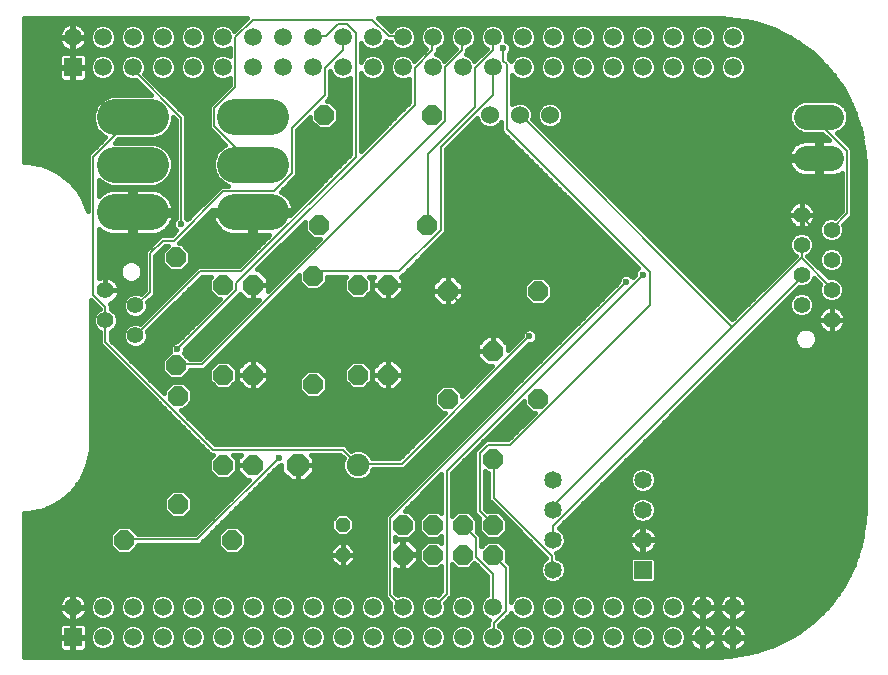
<source format=gbl>
G75*
%MOIN*%
%OFA0B0*%
%FSLAX24Y24*%
%IPPOS*%
%LPD*%
%AMOC8*
5,1,8,0,0,1.08239X$1,22.5*
%
%ADD10R,0.0591X0.0591*%
%ADD11C,0.0591*%
%ADD12R,0.0585X0.0585*%
%ADD13C,0.0585*%
%ADD14OC8,0.0660*%
%ADD15C,0.0750*%
%ADD16OC8,0.0750*%
%ADD17OC8,0.0480*%
%ADD18C,0.1185*%
%ADD19C,0.0560*%
%ADD20C,0.0600*%
%ADD21C,0.0840*%
%ADD22C,0.0079*%
%ADD23C,0.0160*%
%ADD24C,0.0236*%
D10*
X010003Y010850D03*
X010003Y029850D03*
D11*
X011003Y029850D03*
X012003Y029850D03*
X013003Y029850D03*
X014003Y029850D03*
X015003Y029850D03*
X016003Y029850D03*
X017003Y029850D03*
X018003Y029850D03*
X019003Y029850D03*
X020003Y029850D03*
X021003Y029850D03*
X022003Y029850D03*
X023003Y029850D03*
X024003Y029850D03*
X025003Y029850D03*
X026003Y029850D03*
X027003Y029850D03*
X028003Y029850D03*
X029003Y029850D03*
X030003Y029850D03*
X031003Y029850D03*
X032003Y029850D03*
X032003Y030850D03*
X031003Y030850D03*
X030003Y030850D03*
X029003Y030850D03*
X028003Y030850D03*
X027003Y030850D03*
X026003Y030850D03*
X025003Y030850D03*
X024003Y030850D03*
X023003Y030850D03*
X022003Y030850D03*
X021003Y030850D03*
X020003Y030850D03*
X019003Y030850D03*
X018003Y030850D03*
X017003Y030850D03*
X016003Y030850D03*
X015003Y030850D03*
X014003Y030850D03*
X013003Y030850D03*
X012003Y030850D03*
X011003Y030850D03*
X010003Y030850D03*
X010003Y011850D03*
X011003Y011850D03*
X012003Y011850D03*
X013003Y011850D03*
X014003Y011850D03*
X015003Y011850D03*
X016003Y011850D03*
X017003Y011850D03*
X018003Y011850D03*
X019003Y011850D03*
X020003Y011850D03*
X021003Y011850D03*
X022003Y011850D03*
X023003Y011850D03*
X024003Y011850D03*
X025003Y011850D03*
X026003Y011850D03*
X027003Y011850D03*
X028003Y011850D03*
X029003Y011850D03*
X030003Y011850D03*
X031003Y011850D03*
X032003Y011850D03*
X032003Y010850D03*
X031003Y010850D03*
X030003Y010850D03*
X029003Y010850D03*
X028003Y010850D03*
X027003Y010850D03*
X026003Y010850D03*
X025003Y010850D03*
X024003Y010850D03*
X023003Y010850D03*
X022003Y010850D03*
X021003Y010850D03*
X020003Y010850D03*
X019003Y010850D03*
X018003Y010850D03*
X017003Y010850D03*
X016003Y010850D03*
X015003Y010850D03*
X014003Y010850D03*
X013003Y010850D03*
X012003Y010850D03*
X011003Y010850D03*
D12*
X029003Y013100D03*
D13*
X029003Y014100D03*
X029003Y015100D03*
X029003Y016100D03*
X026003Y016100D03*
X026003Y015100D03*
X026003Y014100D03*
X026003Y013100D03*
D14*
X024003Y013600D03*
X024003Y014600D03*
X023003Y014600D03*
X023003Y013600D03*
X022003Y013600D03*
X022003Y014600D03*
X021003Y014600D03*
X021003Y013600D03*
X024003Y016800D03*
X025503Y018800D03*
X024003Y020400D03*
X022503Y018800D03*
X020503Y019600D03*
X019503Y019600D03*
X018003Y019300D03*
X016003Y019600D03*
X015003Y019600D03*
X013444Y019914D03*
X013503Y018900D03*
X015003Y016600D03*
X016003Y016600D03*
X013503Y015300D03*
X015303Y014100D03*
X011703Y014100D03*
X015003Y022600D03*
X016003Y022600D03*
X018003Y022900D03*
X019503Y022600D03*
X020503Y022600D03*
X022503Y022400D03*
X021803Y024600D03*
X018203Y024600D03*
X018388Y028254D03*
X021988Y028254D03*
X025503Y022400D03*
X013444Y023514D03*
D15*
X019503Y016600D03*
D16*
X017503Y016600D03*
D17*
X019003Y014600D03*
X019003Y013600D03*
D18*
X016595Y025020D02*
X015410Y025020D01*
X015410Y026600D02*
X016595Y026600D01*
X016595Y028180D02*
X015410Y028180D01*
X012595Y028180D02*
X011410Y028180D01*
X011410Y026600D02*
X012595Y026600D01*
X012595Y025020D02*
X011410Y025020D01*
D19*
X011086Y022411D03*
X012086Y021911D03*
X011086Y021411D03*
X012086Y020911D03*
X034294Y021935D03*
X034294Y022935D03*
X034294Y023935D03*
X034294Y024935D03*
X035294Y024435D03*
X035294Y023435D03*
X035294Y022435D03*
X035294Y021435D03*
D20*
X025908Y028257D03*
X024908Y028257D03*
X023908Y028257D03*
D21*
X034449Y028198D02*
X035289Y028198D01*
X035289Y026820D02*
X034449Y026820D01*
D22*
X034904Y027974D02*
X035810Y027069D01*
X035810Y024982D01*
X035298Y024470D01*
X035294Y024435D01*
X035259Y024037D02*
X035141Y024037D01*
X034274Y024903D01*
X034294Y024935D01*
X034294Y023935D02*
X034314Y023919D01*
X034314Y023525D01*
X031991Y021202D01*
X024944Y028250D01*
X024908Y028257D01*
X024471Y027777D02*
X029235Y023013D01*
X029235Y021911D01*
X024589Y017265D01*
X023841Y017265D01*
X023566Y016990D01*
X023566Y015061D01*
X023999Y014628D01*
X024003Y014600D01*
X023448Y014155D02*
X023003Y014600D01*
X023448Y014155D02*
X023448Y013525D01*
X023999Y012974D01*
X023999Y011872D01*
X024003Y011850D01*
X024432Y011714D02*
X024432Y013171D01*
X024003Y013600D01*
X024038Y015494D02*
X025967Y013565D01*
X025967Y013131D01*
X026003Y013100D01*
X026003Y014100D02*
X026007Y014116D01*
X026007Y014549D01*
X034274Y022817D01*
X034274Y022935D01*
X034294Y022935D01*
X034314Y023486D02*
X035259Y022541D01*
X035259Y022462D01*
X035294Y022435D01*
X035692Y022265D02*
X035298Y021872D01*
X035298Y021439D01*
X035294Y021435D01*
X035692Y022265D02*
X035692Y023604D01*
X035259Y024037D01*
X034314Y023525D02*
X034314Y023486D01*
X031991Y021202D02*
X026007Y015218D01*
X026007Y015100D01*
X026003Y015100D01*
X024038Y015494D02*
X024038Y016793D01*
X024003Y016800D01*
X022463Y016399D02*
X022463Y012305D01*
X022030Y011872D01*
X022003Y011850D01*
X021003Y011850D02*
X020967Y011872D01*
X020574Y012265D01*
X020574Y014824D01*
X028448Y022698D01*
X028999Y022935D02*
X022463Y016399D01*
X020967Y016635D02*
X019511Y016635D01*
X019503Y016600D01*
X019471Y016635D01*
X018999Y017108D01*
X014668Y017108D01*
X011086Y020691D01*
X011086Y021411D01*
X011086Y021872D01*
X010692Y022265D01*
X010692Y026872D01*
X011991Y028171D01*
X012003Y028180D01*
X012030Y029746D02*
X013605Y028171D01*
X013605Y024628D01*
X013369Y024076D02*
X015023Y025730D01*
X016715Y025730D01*
X017306Y026320D01*
X017306Y027817D01*
X018408Y028919D01*
X018408Y029824D01*
X018999Y030415D01*
X018999Y030848D01*
X019003Y030850D01*
X019432Y031006D02*
X019156Y031281D01*
X018841Y031281D01*
X018448Y030887D01*
X018015Y030887D01*
X018003Y030850D01*
X019432Y031006D02*
X019432Y026872D01*
X015613Y023053D01*
X014235Y023053D01*
X012109Y020927D01*
X012086Y020911D01*
X012109Y021911D02*
X012086Y021911D01*
X012109Y021911D02*
X012582Y022344D01*
X012582Y023643D01*
X013015Y024076D01*
X013369Y024076D01*
X015456Y022659D02*
X015456Y022423D01*
X013487Y020454D01*
X013448Y019943D02*
X013444Y019914D01*
X013448Y019943D02*
X014314Y019943D01*
X022424Y028053D01*
X022424Y029864D01*
X022975Y030415D01*
X022975Y030848D01*
X023003Y030850D01*
X022003Y030850D02*
X021991Y030848D01*
X021991Y030415D01*
X021400Y029824D01*
X021400Y028604D01*
X015456Y022659D01*
X018003Y022900D02*
X018015Y022935D01*
X018133Y023053D01*
X020889Y023053D01*
X022267Y024431D01*
X022267Y027187D01*
X023999Y028919D01*
X023999Y029824D01*
X024003Y029850D01*
X024353Y030061D02*
X024471Y029943D01*
X024471Y027777D01*
X023408Y028525D02*
X021834Y026950D01*
X021834Y024628D01*
X021803Y024600D01*
X022503Y022400D02*
X022503Y022383D01*
X023999Y020887D01*
X023999Y020415D01*
X024003Y020400D01*
X025219Y020887D02*
X020967Y016635D01*
X016873Y016832D02*
X014156Y014116D01*
X011715Y014116D01*
X011703Y014100D01*
X024038Y011320D02*
X024038Y010887D01*
X024003Y010850D01*
X024038Y011320D02*
X024432Y011714D01*
X016003Y026600D02*
X014708Y027895D01*
X014708Y028486D01*
X015416Y029194D01*
X015416Y030848D01*
X016007Y031439D01*
X019983Y031439D01*
X020534Y030887D01*
X020967Y030887D01*
X021003Y030850D01*
X023408Y029824D02*
X023408Y028525D01*
X023408Y029824D02*
X023999Y030415D01*
X023999Y030848D01*
X024003Y030850D01*
X024353Y030494D02*
X024353Y030061D01*
X034869Y028198D02*
X034904Y028171D01*
X034904Y027974D01*
X012030Y029746D02*
X012030Y029824D01*
X012003Y029850D01*
D23*
X008362Y014991D02*
X008362Y010209D01*
X031503Y010209D01*
X031887Y010224D01*
X032645Y010344D01*
X033375Y010581D01*
X034058Y010930D01*
X034679Y011381D01*
X035222Y011924D01*
X035673Y012544D01*
X036022Y013228D01*
X036259Y013958D01*
X036379Y014716D01*
X036394Y015100D01*
X036394Y026600D01*
X036379Y026984D01*
X036259Y027742D01*
X036022Y028472D01*
X035673Y029156D01*
X035222Y029776D01*
X034679Y030319D01*
X034058Y030770D01*
X033375Y031119D01*
X032645Y031356D01*
X031887Y031476D01*
X031503Y031491D01*
X020183Y031491D01*
X020608Y031066D01*
X020622Y031066D01*
X020635Y031096D01*
X020757Y031218D01*
X020916Y031284D01*
X021089Y031284D01*
X021249Y031218D01*
X021371Y031096D01*
X021437Y030936D01*
X021437Y030764D01*
X021371Y030604D01*
X021249Y030482D01*
X021089Y030416D01*
X020916Y030416D01*
X020757Y030482D01*
X020635Y030604D01*
X020591Y030709D01*
X020460Y030709D01*
X020428Y030741D01*
X020371Y030604D01*
X020249Y030482D01*
X020089Y030416D01*
X019916Y030416D01*
X019757Y030482D01*
X019635Y030604D01*
X019610Y030662D01*
X019610Y030038D01*
X019635Y030096D01*
X019757Y030218D01*
X019916Y030284D01*
X020089Y030284D01*
X020249Y030218D01*
X020371Y030096D01*
X020437Y029936D01*
X020437Y029764D01*
X020371Y029604D01*
X020249Y029482D01*
X020089Y029416D01*
X019916Y029416D01*
X019757Y029482D01*
X019635Y029604D01*
X019610Y029662D01*
X019610Y027066D01*
X021222Y028678D01*
X021222Y029471D01*
X021089Y029416D01*
X020916Y029416D01*
X020757Y029482D01*
X020635Y029604D01*
X020569Y029764D01*
X020569Y029936D01*
X020635Y030096D01*
X020757Y030218D01*
X020916Y030284D01*
X021089Y030284D01*
X021249Y030218D01*
X021371Y030096D01*
X021385Y030062D01*
X021791Y030468D01*
X021757Y030482D01*
X021635Y030604D01*
X021569Y030764D01*
X021569Y030936D01*
X021635Y031096D01*
X021757Y031218D01*
X021916Y031284D01*
X022089Y031284D01*
X022249Y031218D01*
X022371Y031096D01*
X022437Y030936D01*
X022437Y030764D01*
X022371Y030604D01*
X022249Y030482D01*
X022169Y030449D01*
X022169Y030341D01*
X022106Y030277D01*
X022249Y030218D01*
X022371Y030096D01*
X022381Y030073D01*
X022780Y030472D01*
X022757Y030482D01*
X022635Y030604D01*
X022569Y030764D01*
X022569Y030936D01*
X022635Y031096D01*
X022757Y031218D01*
X022916Y031284D01*
X023089Y031284D01*
X023249Y031218D01*
X023371Y031096D01*
X023437Y030936D01*
X023437Y030764D01*
X023371Y030604D01*
X023249Y030482D01*
X023154Y030442D01*
X023154Y030341D01*
X023095Y030282D01*
X023249Y030218D01*
X023371Y030096D01*
X023388Y030056D01*
X023797Y030465D01*
X023757Y030482D01*
X023635Y030604D01*
X023569Y030764D01*
X023569Y030936D01*
X023635Y031096D01*
X023757Y031218D01*
X023916Y031284D01*
X024089Y031284D01*
X024249Y031218D01*
X024371Y031096D01*
X024437Y030936D01*
X024437Y030764D01*
X024428Y030741D01*
X024499Y030712D01*
X024571Y030639D01*
X024610Y030545D01*
X024610Y030443D01*
X024571Y030348D01*
X024532Y030308D01*
X024532Y030135D01*
X024545Y030121D01*
X024616Y030050D01*
X024635Y030096D01*
X024757Y030218D01*
X024916Y030284D01*
X025089Y030284D01*
X025249Y030218D01*
X025371Y030096D01*
X025437Y029936D01*
X025437Y029764D01*
X025371Y029604D01*
X025249Y029482D01*
X025089Y029416D01*
X024916Y029416D01*
X024757Y029482D01*
X024650Y029589D01*
X024650Y028620D01*
X024660Y028630D01*
X024821Y028697D01*
X024996Y028697D01*
X025157Y028630D01*
X025281Y028506D01*
X025347Y028345D01*
X025347Y028170D01*
X025326Y028119D01*
X031991Y021455D01*
X034098Y023562D01*
X034057Y023579D01*
X033939Y023697D01*
X033875Y023851D01*
X033875Y024018D01*
X033939Y024172D01*
X034057Y024290D01*
X034211Y024354D01*
X034378Y024354D01*
X034532Y024290D01*
X034649Y024172D01*
X034713Y024018D01*
X034713Y023851D01*
X034649Y023697D01*
X034532Y023579D01*
X034492Y023563D01*
X034492Y023560D01*
X035202Y022850D01*
X035211Y022854D01*
X035378Y022854D01*
X035532Y022790D01*
X035649Y022672D01*
X035713Y022518D01*
X035713Y022351D01*
X035649Y022197D01*
X035532Y022079D01*
X035378Y022016D01*
X035211Y022016D01*
X035057Y022079D01*
X034939Y022197D01*
X034875Y022351D01*
X034875Y022518D01*
X034920Y022627D01*
X034708Y022839D01*
X034649Y022697D01*
X034532Y022579D01*
X034378Y022516D01*
X034226Y022516D01*
X026197Y014487D01*
X026247Y014466D01*
X026369Y014344D01*
X026434Y014186D01*
X026434Y014014D01*
X026369Y013856D01*
X026247Y013734D01*
X026108Y013676D01*
X026146Y013638D01*
X026146Y013508D01*
X026247Y013466D01*
X026369Y013344D01*
X026434Y013186D01*
X026434Y013014D01*
X026369Y012856D01*
X026247Y012734D01*
X026089Y012668D01*
X025917Y012668D01*
X025758Y012734D01*
X025637Y012856D01*
X025571Y013014D01*
X025571Y013186D01*
X025637Y013344D01*
X025758Y013466D01*
X025789Y013479D01*
X025789Y013491D01*
X023964Y015315D01*
X023860Y015420D01*
X023860Y016331D01*
X023809Y016331D01*
X023744Y016395D01*
X023744Y015135D01*
X023810Y015069D01*
X024197Y015069D01*
X024472Y014794D01*
X024472Y014406D01*
X024197Y014131D01*
X023809Y014131D01*
X023534Y014406D01*
X023534Y014794D01*
X023557Y014817D01*
X023387Y014987D01*
X023387Y017064D01*
X023492Y017168D01*
X023768Y017444D01*
X024516Y017444D01*
X025403Y018331D01*
X025309Y018331D01*
X025034Y018606D01*
X025034Y018717D01*
X022642Y016325D01*
X022642Y014902D01*
X022809Y015069D01*
X023197Y015069D01*
X023472Y014794D01*
X023472Y014406D01*
X023461Y014394D01*
X023626Y014229D01*
X023626Y013887D01*
X023809Y014069D01*
X024197Y014069D01*
X024472Y013794D01*
X024472Y013406D01*
X024461Y013394D01*
X024610Y013245D01*
X024610Y012038D01*
X024635Y012096D01*
X024757Y012218D01*
X024916Y012284D01*
X025089Y012284D01*
X025249Y012218D01*
X025371Y012096D01*
X025437Y011936D01*
X025437Y011764D01*
X025371Y011604D01*
X025249Y011482D01*
X025089Y011416D01*
X024916Y011416D01*
X024757Y011482D01*
X024635Y011604D01*
X024610Y011662D01*
X024610Y011640D01*
X024506Y011536D01*
X024217Y011247D01*
X024217Y011232D01*
X024249Y011218D01*
X024371Y011096D01*
X024437Y010936D01*
X024437Y010764D01*
X024371Y010604D01*
X024249Y010482D01*
X024089Y010416D01*
X023916Y010416D01*
X023757Y010482D01*
X023635Y010604D01*
X023569Y010764D01*
X023569Y010936D01*
X023635Y011096D01*
X023757Y011218D01*
X023860Y011261D01*
X023860Y011394D01*
X023891Y011426D01*
X023757Y011482D01*
X023635Y011604D01*
X023569Y011764D01*
X023569Y011936D01*
X023635Y012096D01*
X023757Y012218D01*
X023820Y012245D01*
X023820Y012900D01*
X023393Y013327D01*
X023197Y013131D01*
X022809Y013131D01*
X022642Y013298D01*
X022642Y012231D01*
X022411Y012000D01*
X022437Y011936D01*
X022437Y011764D01*
X022371Y011604D01*
X022249Y011482D01*
X022089Y011416D01*
X021916Y011416D01*
X021757Y011482D01*
X021635Y011604D01*
X021569Y011764D01*
X021569Y011936D01*
X021635Y012096D01*
X021757Y012218D01*
X021916Y012284D01*
X022089Y012284D01*
X022161Y012255D01*
X022285Y012379D01*
X022285Y013219D01*
X022197Y013131D01*
X021809Y013131D01*
X021534Y013406D01*
X021534Y013794D01*
X021809Y014069D01*
X022197Y014069D01*
X022285Y013981D01*
X022285Y014219D01*
X022197Y014131D01*
X021809Y014131D01*
X021534Y014406D01*
X021534Y014794D01*
X021809Y015069D01*
X022197Y015069D01*
X022285Y014981D01*
X022285Y016283D01*
X021071Y015069D01*
X021197Y015069D01*
X021472Y014794D01*
X021472Y014406D01*
X021197Y014131D01*
X020809Y014131D01*
X020752Y014187D01*
X020752Y014071D01*
X020792Y014110D01*
X020983Y014110D01*
X020983Y013620D01*
X021023Y013620D01*
X021513Y013620D01*
X021513Y013811D01*
X021214Y014110D01*
X021023Y014110D01*
X021023Y013620D01*
X021023Y013580D01*
X021513Y013580D01*
X021513Y013389D01*
X021214Y013090D01*
X021023Y013090D01*
X021023Y013580D01*
X020983Y013580D01*
X020983Y013090D01*
X020792Y013090D01*
X020752Y013129D01*
X020752Y012339D01*
X020839Y012252D01*
X020916Y012284D01*
X021089Y012284D01*
X021249Y012218D01*
X021371Y012096D01*
X021437Y011936D01*
X021437Y011764D01*
X021371Y011604D01*
X021249Y011482D01*
X021089Y011416D01*
X020916Y011416D01*
X020757Y011482D01*
X020635Y011604D01*
X020569Y011764D01*
X020569Y011936D01*
X020592Y011994D01*
X020395Y012191D01*
X020395Y014898D01*
X020500Y015003D01*
X028191Y022694D01*
X028191Y022750D01*
X028230Y022844D01*
X028302Y022916D01*
X028397Y022956D01*
X028499Y022956D01*
X028593Y022916D01*
X028661Y022849D01*
X028742Y022930D01*
X028742Y022986D01*
X028781Y023080D01*
X028848Y023148D01*
X024293Y027703D01*
X024293Y028039D01*
X024281Y028009D01*
X024157Y027885D01*
X023996Y027818D01*
X023821Y027818D01*
X023660Y027885D01*
X023536Y028009D01*
X023479Y028147D01*
X022445Y027113D01*
X022445Y024357D01*
X020963Y022874D01*
X020950Y022874D01*
X021013Y022811D01*
X021013Y022600D01*
X020503Y022600D01*
X020503Y022600D01*
X021013Y022600D01*
X021013Y022389D01*
X020714Y022090D01*
X020503Y022090D01*
X020503Y022600D01*
X020503Y022600D01*
X020503Y022090D01*
X020292Y022090D01*
X019993Y022389D01*
X019993Y022600D01*
X020503Y022600D01*
X020503Y022600D01*
X019993Y022600D01*
X019993Y022811D01*
X020056Y022874D01*
X019892Y022874D01*
X019972Y022794D01*
X019972Y022406D01*
X019697Y022131D01*
X019309Y022131D01*
X019034Y022406D01*
X019034Y022794D01*
X019114Y022874D01*
X018472Y022874D01*
X018472Y022706D01*
X018197Y022431D01*
X017809Y022431D01*
X017534Y022706D01*
X017534Y022910D01*
X014492Y019869D01*
X014388Y019764D01*
X013913Y019764D01*
X013913Y019720D01*
X013638Y019445D01*
X013249Y019445D01*
X012975Y019720D01*
X012975Y020108D01*
X013241Y020375D01*
X013230Y020403D01*
X013230Y020505D01*
X013269Y020600D01*
X013341Y020672D01*
X013436Y020711D01*
X013492Y020711D01*
X014911Y022131D01*
X014809Y022131D01*
X014534Y022406D01*
X014534Y022794D01*
X014614Y022874D01*
X014309Y022874D01*
X012482Y021048D01*
X012505Y020994D01*
X012505Y020828D01*
X012441Y020674D01*
X012323Y020556D01*
X012169Y020492D01*
X012002Y020492D01*
X011848Y020556D01*
X011730Y020674D01*
X011666Y020828D01*
X011666Y020994D01*
X011730Y021148D01*
X011848Y021266D01*
X012002Y021330D01*
X012169Y021330D01*
X012233Y021303D01*
X014161Y023231D01*
X015539Y023231D01*
X016555Y024248D01*
X016083Y024248D01*
X016083Y024940D01*
X017248Y024940D01*
X019254Y026946D01*
X019254Y029486D01*
X019249Y029482D01*
X019089Y029416D01*
X018916Y029416D01*
X018757Y029482D01*
X018635Y029604D01*
X018587Y029720D01*
X018587Y028845D01*
X018464Y028723D01*
X018582Y028723D01*
X018857Y028448D01*
X018857Y028059D01*
X018582Y027784D01*
X018194Y027784D01*
X017919Y028059D01*
X017919Y028177D01*
X017484Y027743D01*
X017484Y026247D01*
X016947Y025709D01*
X017025Y025664D01*
X017106Y025602D01*
X017177Y025530D01*
X017239Y025450D01*
X017290Y025362D01*
X017328Y025269D01*
X017355Y025171D01*
X017364Y025100D01*
X016083Y025100D01*
X016083Y024940D01*
X015923Y024940D01*
X015923Y024248D01*
X015360Y024248D01*
X015259Y024261D01*
X015161Y024287D01*
X015068Y024326D01*
X014980Y024376D01*
X014900Y024438D01*
X014828Y024510D01*
X014767Y024590D01*
X014716Y024678D01*
X014677Y024771D01*
X014651Y024869D01*
X014642Y024940D01*
X015923Y024940D01*
X015923Y025100D01*
X014645Y025100D01*
X013528Y023983D01*
X013638Y023983D01*
X013913Y023708D01*
X013913Y023320D01*
X013638Y023045D01*
X013249Y023045D01*
X012975Y023320D01*
X012975Y023708D01*
X013164Y023898D01*
X013089Y023898D01*
X012760Y023569D01*
X012760Y022413D01*
X012763Y022410D01*
X012760Y022340D01*
X012760Y022270D01*
X012757Y022267D01*
X012757Y022263D01*
X012705Y022215D01*
X012655Y022166D01*
X012651Y022166D01*
X012493Y022021D01*
X012505Y021994D01*
X012505Y021828D01*
X012441Y021674D01*
X012323Y021556D01*
X012169Y021492D01*
X012002Y021492D01*
X011848Y021556D01*
X011730Y021674D01*
X011666Y021828D01*
X011666Y021994D01*
X011730Y022148D01*
X011848Y022266D01*
X012002Y022330D01*
X012169Y022330D01*
X012261Y022292D01*
X012403Y022423D01*
X012403Y023717D01*
X012508Y023822D01*
X012836Y024150D01*
X012941Y024255D01*
X013295Y024255D01*
X013455Y024414D01*
X013387Y024482D01*
X013348Y024576D01*
X013348Y024679D01*
X013387Y024773D01*
X013427Y024813D01*
X013427Y028097D01*
X013327Y028197D01*
X013327Y028034D01*
X013216Y027766D01*
X013010Y027560D01*
X012741Y027448D01*
X011521Y027448D01*
X011404Y027332D01*
X012741Y027332D01*
X013010Y027220D01*
X013216Y027014D01*
X013327Y026746D01*
X013327Y026454D01*
X013216Y026186D01*
X013010Y025980D01*
X012741Y025868D01*
X011265Y025868D01*
X010996Y025980D01*
X010870Y026106D01*
X010870Y025572D01*
X010900Y025602D01*
X010980Y025664D01*
X011068Y025714D01*
X011161Y025753D01*
X011259Y025779D01*
X011360Y025792D01*
X011923Y025792D01*
X011923Y025100D01*
X012083Y025100D01*
X013364Y025100D01*
X013355Y025171D01*
X013328Y025269D01*
X013290Y025362D01*
X013239Y025450D01*
X013177Y025530D01*
X013106Y025602D01*
X013025Y025664D01*
X012938Y025714D01*
X012844Y025753D01*
X012746Y025779D01*
X012646Y025792D01*
X012083Y025792D01*
X012083Y025100D01*
X012083Y024940D01*
X013364Y024940D01*
X013355Y024869D01*
X013328Y024771D01*
X013290Y024678D01*
X013239Y024590D01*
X013177Y024510D01*
X013106Y024438D01*
X013025Y024376D01*
X012938Y024326D01*
X012844Y024287D01*
X012746Y024261D01*
X012646Y024248D01*
X012083Y024248D01*
X012083Y024940D01*
X011923Y024940D01*
X011923Y024248D01*
X011360Y024248D01*
X011259Y024261D01*
X011161Y024287D01*
X011068Y024326D01*
X010980Y024376D01*
X010900Y024438D01*
X010870Y024468D01*
X010870Y022818D01*
X010909Y022837D01*
X010978Y022860D01*
X011049Y022871D01*
X011086Y022871D01*
X011086Y022411D01*
X011546Y022411D01*
X011546Y022447D01*
X011534Y022519D01*
X011512Y022588D01*
X011479Y022652D01*
X011436Y022711D01*
X011385Y022762D01*
X011327Y022804D01*
X011262Y022837D01*
X011193Y022860D01*
X011122Y022871D01*
X011086Y022871D01*
X011086Y022411D01*
X011086Y022411D01*
X011546Y022411D01*
X011546Y022375D01*
X011534Y022303D01*
X011512Y022234D01*
X011479Y022170D01*
X011436Y022111D01*
X011385Y022060D01*
X011327Y022018D01*
X011262Y021985D01*
X011234Y021976D01*
X011264Y021946D01*
X011264Y021791D01*
X011323Y021766D01*
X011441Y021648D01*
X011505Y021494D01*
X011505Y021328D01*
X011441Y021174D01*
X011323Y021056D01*
X011264Y021031D01*
X011264Y020764D01*
X013034Y018995D01*
X013034Y019094D01*
X013309Y019369D01*
X013697Y019369D01*
X013972Y019094D01*
X013972Y018706D01*
X013697Y018431D01*
X013597Y018431D01*
X014742Y017286D01*
X019073Y017286D01*
X019291Y017068D01*
X019401Y017114D01*
X019605Y017114D01*
X019794Y017036D01*
X019939Y016891D01*
X019971Y016814D01*
X020893Y016814D01*
X022411Y018331D01*
X022309Y018331D01*
X022034Y018606D01*
X022034Y018994D01*
X022309Y019269D01*
X022697Y019269D01*
X022972Y018994D01*
X022972Y018892D01*
X023970Y019890D01*
X023792Y019890D01*
X023493Y020189D01*
X023493Y020400D01*
X024003Y020400D01*
X024003Y020400D01*
X024003Y020910D01*
X024214Y020910D01*
X024513Y020611D01*
X024513Y020433D01*
X024962Y020883D01*
X024962Y020939D01*
X025001Y021033D01*
X025074Y021105D01*
X025168Y021145D01*
X025271Y021145D01*
X025365Y021105D01*
X025437Y021033D01*
X025477Y020939D01*
X025477Y020836D01*
X025437Y020742D01*
X025365Y020669D01*
X025271Y020630D01*
X025215Y020630D01*
X021146Y016562D01*
X021041Y016457D01*
X020000Y016457D01*
X019939Y016309D01*
X019794Y016164D01*
X019605Y016086D01*
X019401Y016086D01*
X019212Y016164D01*
X019067Y016309D01*
X018989Y016498D01*
X018989Y016702D01*
X019037Y016818D01*
X018925Y016929D01*
X017958Y016929D01*
X018058Y016830D01*
X018058Y016600D01*
X017503Y016600D01*
X017503Y016600D01*
X018058Y016600D01*
X018058Y016370D01*
X017733Y016045D01*
X017503Y016045D01*
X017503Y016600D01*
X017503Y016600D01*
X017503Y016045D01*
X017273Y016045D01*
X016948Y016370D01*
X016948Y016585D01*
X016924Y016575D01*
X016868Y016575D01*
X014335Y014042D01*
X014335Y014042D01*
X014230Y013937D01*
X012172Y013937D01*
X012172Y013906D01*
X011897Y013631D01*
X011509Y013631D01*
X011234Y013906D01*
X011234Y014294D01*
X011509Y014569D01*
X011897Y014569D01*
X012172Y014294D01*
X012172Y014294D01*
X014082Y014294D01*
X015878Y016090D01*
X015792Y016090D01*
X015493Y016389D01*
X015493Y016600D01*
X016003Y016600D01*
X016003Y016600D01*
X015493Y016600D01*
X015493Y016811D01*
X015611Y016929D01*
X015337Y016929D01*
X015472Y016794D01*
X015472Y016406D01*
X015197Y016131D01*
X014809Y016131D01*
X014534Y016406D01*
X014534Y016794D01*
X014669Y016929D01*
X014594Y016929D01*
X014490Y017034D01*
X010907Y020617D01*
X010907Y021031D01*
X010848Y021056D01*
X010730Y021174D01*
X010666Y021328D01*
X010666Y021494D01*
X010730Y021648D01*
X010848Y021766D01*
X010907Y021791D01*
X010907Y021798D01*
X010618Y022087D01*
X010612Y022093D01*
X010612Y017084D01*
X010493Y016566D01*
X010493Y016566D01*
X010263Y016087D01*
X010263Y016087D01*
X009931Y015671D01*
X009931Y015671D01*
X009931Y015671D01*
X009516Y015340D01*
X009516Y015340D01*
X009037Y015109D01*
X009037Y015109D01*
X008519Y014991D01*
X008362Y014991D01*
X008362Y014841D02*
X013299Y014841D01*
X013309Y014831D02*
X013697Y014831D01*
X013972Y015106D01*
X013972Y015494D01*
X013697Y015769D01*
X013309Y015769D01*
X013034Y015494D01*
X013034Y015106D01*
X013309Y014831D01*
X013140Y014999D02*
X008553Y014999D01*
X008362Y014682D02*
X014470Y014682D01*
X014312Y014524D02*
X011943Y014524D01*
X012101Y014365D02*
X014153Y014365D01*
X014341Y014048D02*
X014834Y014048D01*
X014834Y013906D02*
X014834Y014294D01*
X015109Y014569D01*
X015497Y014569D01*
X015772Y014294D01*
X015772Y013906D01*
X015497Y013631D01*
X015109Y013631D01*
X014834Y013906D01*
X014850Y013890D02*
X012156Y013890D01*
X011997Y013731D02*
X015008Y013731D01*
X014834Y014207D02*
X014499Y014207D01*
X014658Y014365D02*
X014905Y014365D01*
X014816Y014524D02*
X015063Y014524D01*
X014975Y014682D02*
X018624Y014682D01*
X018624Y014757D02*
X018624Y014443D01*
X018846Y014221D01*
X019160Y014221D01*
X019382Y014443D01*
X019382Y014757D01*
X019160Y014979D01*
X018846Y014979D01*
X018624Y014757D01*
X018707Y014841D02*
X015133Y014841D01*
X015292Y014999D02*
X020496Y014999D01*
X020395Y014841D02*
X019298Y014841D01*
X019382Y014682D02*
X020395Y014682D01*
X020395Y014524D02*
X019382Y014524D01*
X019304Y014365D02*
X020395Y014365D01*
X020395Y014207D02*
X015772Y014207D01*
X015772Y014048D02*
X020395Y014048D01*
X020395Y013890D02*
X019307Y013890D01*
X019423Y013774D02*
X019177Y014020D01*
X019003Y014020D01*
X019003Y013600D01*
X019423Y013600D01*
X019423Y013774D01*
X019423Y013731D02*
X020395Y013731D01*
X020395Y013573D02*
X019423Y013573D01*
X019423Y013600D02*
X019423Y013426D01*
X019177Y013180D01*
X019003Y013180D01*
X019003Y013600D01*
X019003Y013600D01*
X019423Y013600D01*
X019411Y013414D02*
X020395Y013414D01*
X020395Y013256D02*
X019252Y013256D01*
X019003Y013256D02*
X019003Y013256D01*
X019003Y013180D02*
X018829Y013180D01*
X018583Y013426D01*
X018583Y013600D01*
X019003Y013600D01*
X019003Y013600D01*
X019003Y013600D01*
X019003Y014020D01*
X018829Y014020D01*
X018583Y013774D01*
X018583Y013600D01*
X019003Y013600D01*
X019003Y013180D01*
X019003Y013414D02*
X019003Y013414D01*
X019003Y013573D02*
X019003Y013573D01*
X019003Y013600D02*
X019003Y013600D01*
X019003Y013731D02*
X019003Y013731D01*
X019003Y013890D02*
X019003Y013890D01*
X018698Y013890D02*
X015756Y013890D01*
X015597Y013731D02*
X018583Y013731D01*
X018583Y013573D02*
X008362Y013573D01*
X008362Y013731D02*
X011408Y013731D01*
X011250Y013890D02*
X008362Y013890D01*
X008362Y014048D02*
X011234Y014048D01*
X011234Y014207D02*
X008362Y014207D01*
X008362Y014365D02*
X011305Y014365D01*
X011463Y014524D02*
X008362Y014524D01*
X009137Y015158D02*
X013034Y015158D01*
X013034Y015316D02*
X009466Y015316D01*
X009685Y015475D02*
X013034Y015475D01*
X013173Y015633D02*
X009883Y015633D01*
X010027Y015792D02*
X015580Y015792D01*
X015738Y015950D02*
X010154Y015950D01*
X010273Y016109D02*
X015773Y016109D01*
X015615Y016267D02*
X015333Y016267D01*
X015472Y016426D02*
X015493Y016426D01*
X015493Y016584D02*
X015472Y016584D01*
X015472Y016743D02*
X015493Y016743D01*
X015583Y016901D02*
X015365Y016901D01*
X014641Y016901D02*
X010570Y016901D01*
X010534Y016743D02*
X014534Y016743D01*
X014534Y016584D02*
X010498Y016584D01*
X010426Y016426D02*
X014534Y016426D01*
X014672Y016267D02*
X010350Y016267D01*
X010606Y017060D02*
X014464Y017060D01*
X014306Y017218D02*
X010612Y017218D01*
X010612Y017377D02*
X014147Y017377D01*
X013989Y017535D02*
X010612Y017535D01*
X010612Y017694D02*
X013830Y017694D01*
X013672Y017852D02*
X010612Y017852D01*
X010612Y018011D02*
X013513Y018011D01*
X013355Y018169D02*
X010612Y018169D01*
X010612Y018328D02*
X013196Y018328D01*
X013038Y018486D02*
X010612Y018486D01*
X010612Y018645D02*
X012879Y018645D01*
X012721Y018803D02*
X010612Y018803D01*
X010612Y018962D02*
X012562Y018962D01*
X012404Y019120D02*
X010612Y019120D01*
X010612Y019279D02*
X012245Y019279D01*
X012087Y019437D02*
X010612Y019437D01*
X010612Y019596D02*
X011928Y019596D01*
X011770Y019754D02*
X010612Y019754D01*
X010612Y019913D02*
X011611Y019913D01*
X011453Y020071D02*
X010612Y020071D01*
X010612Y020230D02*
X011294Y020230D01*
X011136Y020388D02*
X010612Y020388D01*
X010612Y020547D02*
X010977Y020547D01*
X010907Y020705D02*
X010612Y020705D01*
X010612Y020864D02*
X010907Y020864D01*
X010907Y021022D02*
X010612Y021022D01*
X010612Y021181D02*
X010727Y021181D01*
X010666Y021339D02*
X010612Y021339D01*
X010612Y021498D02*
X010668Y021498D01*
X010612Y021656D02*
X010738Y021656D01*
X010612Y021815D02*
X010890Y021815D01*
X010732Y021973D02*
X010612Y021973D01*
X011236Y021973D02*
X011666Y021973D01*
X011672Y021815D02*
X011264Y021815D01*
X011433Y021656D02*
X011748Y021656D01*
X011989Y021498D02*
X011503Y021498D01*
X011505Y021339D02*
X012269Y021339D01*
X012182Y021498D02*
X012428Y021498D01*
X012423Y021656D02*
X012586Y021656D01*
X012499Y021815D02*
X012745Y021815D01*
X012903Y021973D02*
X012505Y021973D01*
X012614Y022132D02*
X013062Y022132D01*
X013220Y022290D02*
X012760Y022290D01*
X012760Y022449D02*
X013379Y022449D01*
X013537Y022607D02*
X012760Y022607D01*
X012760Y022766D02*
X013696Y022766D01*
X013854Y022924D02*
X012760Y022924D01*
X012760Y023083D02*
X013212Y023083D01*
X013054Y023241D02*
X012760Y023241D01*
X012760Y023400D02*
X012975Y023400D01*
X012975Y023558D02*
X012760Y023558D01*
X012907Y023717D02*
X012983Y023717D01*
X013066Y023875D02*
X013141Y023875D01*
X012878Y024192D02*
X010870Y024192D01*
X010870Y024034D02*
X012719Y024034D01*
X012561Y023875D02*
X010870Y023875D01*
X010870Y023717D02*
X012403Y023717D01*
X012403Y023558D02*
X010870Y023558D01*
X010870Y023400D02*
X011798Y023400D01*
X011866Y023428D02*
X011727Y023370D01*
X011620Y023264D01*
X011563Y023124D01*
X011563Y022973D01*
X011620Y022834D01*
X011727Y022727D01*
X011866Y022670D01*
X012017Y022670D01*
X012157Y022727D01*
X012263Y022834D01*
X012321Y022973D01*
X012321Y023124D01*
X012263Y023264D01*
X012157Y023370D01*
X012017Y023428D01*
X011866Y023428D01*
X012086Y023400D02*
X012403Y023400D01*
X012403Y023241D02*
X012273Y023241D01*
X012321Y023083D02*
X012403Y023083D01*
X012403Y022924D02*
X012301Y022924D01*
X012403Y022766D02*
X012195Y022766D01*
X012403Y022607D02*
X011502Y022607D01*
X011545Y022449D02*
X012403Y022449D01*
X011905Y022290D02*
X011530Y022290D01*
X011451Y022132D02*
X011723Y022132D01*
X011086Y022411D02*
X011086Y022411D01*
X011086Y022449D02*
X011086Y022449D01*
X011086Y022607D02*
X011086Y022607D01*
X011086Y022766D02*
X011086Y022766D01*
X010870Y022924D02*
X011583Y022924D01*
X011563Y023083D02*
X010870Y023083D01*
X010870Y023241D02*
X011611Y023241D01*
X011689Y022766D02*
X011380Y022766D01*
X012932Y021498D02*
X014278Y021498D01*
X014436Y021656D02*
X013091Y021656D01*
X013249Y021815D02*
X014595Y021815D01*
X014753Y021973D02*
X013408Y021973D01*
X013566Y022132D02*
X014808Y022132D01*
X014649Y022290D02*
X013725Y022290D01*
X013883Y022449D02*
X014534Y022449D01*
X014534Y022607D02*
X014042Y022607D01*
X014200Y022766D02*
X014534Y022766D01*
X014013Y023083D02*
X013675Y023083D01*
X013834Y023241D02*
X015549Y023241D01*
X015708Y023400D02*
X013913Y023400D01*
X013913Y023558D02*
X015866Y023558D01*
X016025Y023717D02*
X013905Y023717D01*
X013746Y023875D02*
X016183Y023875D01*
X016342Y024034D02*
X013578Y024034D01*
X013737Y024192D02*
X016500Y024192D01*
X016083Y024351D02*
X015923Y024351D01*
X015923Y024509D02*
X016083Y024509D01*
X016083Y024668D02*
X015923Y024668D01*
X015923Y024826D02*
X016083Y024826D01*
X016083Y024985D02*
X017293Y024985D01*
X017358Y025143D02*
X017451Y025143D01*
X017315Y025302D02*
X017610Y025302D01*
X017768Y025460D02*
X017231Y025460D01*
X017084Y025619D02*
X017927Y025619D01*
X018085Y025777D02*
X017015Y025777D01*
X017173Y025936D02*
X018244Y025936D01*
X018402Y026094D02*
X017332Y026094D01*
X017484Y026253D02*
X018561Y026253D01*
X018719Y026411D02*
X017484Y026411D01*
X017484Y026570D02*
X018878Y026570D01*
X019036Y026728D02*
X017484Y026728D01*
X017484Y026887D02*
X019195Y026887D01*
X019254Y027045D02*
X017484Y027045D01*
X017484Y027204D02*
X019254Y027204D01*
X019254Y027362D02*
X017484Y027362D01*
X017484Y027521D02*
X019254Y027521D01*
X019254Y027679D02*
X017484Y027679D01*
X017579Y027838D02*
X018141Y027838D01*
X017982Y027996D02*
X017738Y027996D01*
X017896Y028155D02*
X017919Y028155D01*
X018635Y027838D02*
X019254Y027838D01*
X019254Y027996D02*
X018794Y027996D01*
X018857Y028155D02*
X019254Y028155D01*
X019254Y028313D02*
X018857Y028313D01*
X018833Y028472D02*
X019254Y028472D01*
X019254Y028630D02*
X018675Y028630D01*
X018530Y028789D02*
X019254Y028789D01*
X019254Y028947D02*
X018587Y028947D01*
X018587Y029106D02*
X019254Y029106D01*
X019254Y029264D02*
X018587Y029264D01*
X018587Y029423D02*
X018900Y029423D01*
X019106Y029423D02*
X019254Y029423D01*
X019610Y029423D02*
X019900Y029423D01*
X020106Y029423D02*
X020900Y029423D01*
X021106Y029423D02*
X021222Y029423D01*
X021222Y029264D02*
X019610Y029264D01*
X019610Y029106D02*
X021222Y029106D01*
X021222Y028947D02*
X019610Y028947D01*
X019610Y028789D02*
X021222Y028789D01*
X021174Y028630D02*
X019610Y028630D01*
X019610Y028472D02*
X021016Y028472D01*
X020857Y028313D02*
X019610Y028313D01*
X019610Y028155D02*
X020699Y028155D01*
X020540Y027996D02*
X019610Y027996D01*
X019610Y027838D02*
X020382Y027838D01*
X020223Y027679D02*
X019610Y027679D01*
X019610Y027521D02*
X020065Y027521D01*
X019906Y027362D02*
X019610Y027362D01*
X019610Y027204D02*
X019748Y027204D01*
X019658Y029581D02*
X019610Y029581D01*
X019610Y030057D02*
X019618Y030057D01*
X019610Y030215D02*
X019754Y030215D01*
X019610Y030374D02*
X021697Y030374D01*
X021707Y030532D02*
X021299Y030532D01*
X021407Y030691D02*
X021599Y030691D01*
X021569Y030849D02*
X021437Y030849D01*
X021408Y031008D02*
X021598Y031008D01*
X021705Y031166D02*
X021301Y031166D01*
X020705Y031166D02*
X020508Y031166D01*
X020350Y031325D02*
X032741Y031325D01*
X032371Y031096D02*
X032249Y031218D01*
X032089Y031284D01*
X031916Y031284D01*
X031757Y031218D01*
X031635Y031096D01*
X031569Y030936D01*
X031569Y030764D01*
X031635Y030604D01*
X031757Y030482D01*
X031916Y030416D01*
X032089Y030416D01*
X032249Y030482D01*
X032371Y030604D01*
X032437Y030764D01*
X032437Y030936D01*
X032371Y031096D01*
X032408Y031008D02*
X033593Y031008D01*
X033904Y030849D02*
X032437Y030849D01*
X032407Y030691D02*
X034168Y030691D01*
X034386Y030532D02*
X032299Y030532D01*
X032249Y030218D02*
X032089Y030284D01*
X031916Y030284D01*
X031757Y030218D01*
X031635Y030096D01*
X031569Y029936D01*
X031569Y029764D01*
X031635Y029604D01*
X031757Y029482D01*
X031916Y029416D01*
X032089Y029416D01*
X032249Y029482D01*
X032371Y029604D01*
X032437Y029764D01*
X032437Y029936D01*
X032371Y030096D01*
X032249Y030218D01*
X032252Y030215D02*
X034783Y030215D01*
X034942Y030057D02*
X032387Y030057D01*
X032437Y029898D02*
X035100Y029898D01*
X035249Y029740D02*
X032427Y029740D01*
X032348Y029581D02*
X035364Y029581D01*
X035479Y029423D02*
X032106Y029423D01*
X031900Y029423D02*
X031106Y029423D01*
X031089Y029416D02*
X031249Y029482D01*
X031371Y029604D01*
X031437Y029764D01*
X031437Y029936D01*
X031371Y030096D01*
X031249Y030218D01*
X031089Y030284D01*
X030916Y030284D01*
X030757Y030218D01*
X030635Y030096D01*
X030569Y029936D01*
X030569Y029764D01*
X030635Y029604D01*
X030757Y029482D01*
X030916Y029416D01*
X031089Y029416D01*
X030900Y029423D02*
X030106Y029423D01*
X030089Y029416D02*
X030249Y029482D01*
X030371Y029604D01*
X030437Y029764D01*
X030437Y029936D01*
X030371Y030096D01*
X030249Y030218D01*
X030089Y030284D01*
X029916Y030284D01*
X029757Y030218D01*
X029635Y030096D01*
X029569Y029936D01*
X029569Y029764D01*
X029635Y029604D01*
X029757Y029482D01*
X029916Y029416D01*
X030089Y029416D01*
X029900Y029423D02*
X029106Y029423D01*
X029089Y029416D02*
X029249Y029482D01*
X029371Y029604D01*
X029437Y029764D01*
X029437Y029936D01*
X029371Y030096D01*
X029249Y030218D01*
X029089Y030284D01*
X028916Y030284D01*
X028757Y030218D01*
X028635Y030096D01*
X028569Y029936D01*
X028569Y029764D01*
X028635Y029604D01*
X028757Y029482D01*
X028916Y029416D01*
X029089Y029416D01*
X028900Y029423D02*
X028106Y029423D01*
X028089Y029416D02*
X028249Y029482D01*
X028371Y029604D01*
X028437Y029764D01*
X028437Y029936D01*
X028371Y030096D01*
X028249Y030218D01*
X028089Y030284D01*
X027916Y030284D01*
X027757Y030218D01*
X027635Y030096D01*
X027569Y029936D01*
X027569Y029764D01*
X027635Y029604D01*
X027757Y029482D01*
X027916Y029416D01*
X028089Y029416D01*
X027900Y029423D02*
X027106Y029423D01*
X027089Y029416D02*
X027249Y029482D01*
X027371Y029604D01*
X027437Y029764D01*
X027437Y029936D01*
X027371Y030096D01*
X027249Y030218D01*
X027089Y030284D01*
X026916Y030284D01*
X026757Y030218D01*
X026635Y030096D01*
X026569Y029936D01*
X026569Y029764D01*
X026635Y029604D01*
X026757Y029482D01*
X026916Y029416D01*
X027089Y029416D01*
X026900Y029423D02*
X026106Y029423D01*
X026089Y029416D02*
X026249Y029482D01*
X026371Y029604D01*
X026437Y029764D01*
X026437Y029936D01*
X026371Y030096D01*
X026249Y030218D01*
X026089Y030284D01*
X025916Y030284D01*
X025757Y030218D01*
X025635Y030096D01*
X025569Y029936D01*
X025569Y029764D01*
X025635Y029604D01*
X025757Y029482D01*
X025916Y029416D01*
X026089Y029416D01*
X025900Y029423D02*
X025106Y029423D01*
X024900Y029423D02*
X024650Y029423D01*
X024650Y029581D02*
X024658Y029581D01*
X024650Y029264D02*
X035594Y029264D01*
X035699Y029106D02*
X024650Y029106D01*
X024650Y028947D02*
X035779Y028947D01*
X035860Y028789D02*
X024650Y028789D01*
X024650Y028630D02*
X024660Y028630D01*
X025156Y028630D02*
X025660Y028630D01*
X025536Y028506D01*
X025469Y028345D01*
X025469Y028170D01*
X025536Y028009D01*
X025660Y027885D01*
X025821Y027818D01*
X025996Y027818D01*
X026157Y027885D01*
X026281Y028009D01*
X026347Y028170D01*
X026347Y028345D01*
X026281Y028506D01*
X026157Y028630D01*
X025996Y028697D01*
X025821Y028697D01*
X025660Y028630D01*
X025522Y028472D02*
X025295Y028472D01*
X025347Y028313D02*
X025469Y028313D01*
X025476Y028155D02*
X025341Y028155D01*
X025450Y027996D02*
X025549Y027996D01*
X025608Y027838D02*
X025775Y027838D01*
X025767Y027679D02*
X034242Y027679D01*
X034338Y027639D02*
X034987Y027639D01*
X035206Y027420D01*
X034929Y027420D01*
X034929Y026880D01*
X034809Y026880D01*
X034809Y026760D01*
X034929Y026760D01*
X034929Y026220D01*
X035336Y026220D01*
X035429Y026235D01*
X035519Y026264D01*
X035603Y026307D01*
X035631Y026328D01*
X035631Y025056D01*
X035414Y024839D01*
X035378Y024854D01*
X035211Y024854D01*
X035057Y024790D01*
X034939Y024672D01*
X034875Y024518D01*
X034875Y024351D01*
X034939Y024197D01*
X035057Y024079D01*
X035211Y024016D01*
X035378Y024016D01*
X035532Y024079D01*
X035649Y024197D01*
X035713Y024351D01*
X035713Y024518D01*
X035680Y024599D01*
X035988Y024908D01*
X035988Y027142D01*
X035884Y027247D01*
X035465Y027666D01*
X035606Y027724D01*
X035763Y027882D01*
X035848Y028087D01*
X035848Y028310D01*
X035763Y028515D01*
X035606Y028672D01*
X035400Y028757D01*
X034338Y028757D01*
X034132Y028672D01*
X033975Y028515D01*
X033890Y028310D01*
X033890Y028087D01*
X033975Y027882D01*
X034132Y027724D01*
X034338Y027639D01*
X034402Y027420D02*
X034308Y027406D01*
X034219Y027377D01*
X034135Y027334D01*
X034058Y027278D01*
X033991Y027211D01*
X033936Y027135D01*
X033893Y027051D01*
X033864Y026961D01*
X033851Y026880D01*
X034809Y026880D01*
X034809Y027420D01*
X034402Y027420D01*
X034190Y027362D02*
X026084Y027362D01*
X026242Y027204D02*
X033986Y027204D01*
X033891Y027045D02*
X026401Y027045D01*
X026559Y026887D02*
X033852Y026887D01*
X033851Y026760D02*
X033864Y026680D01*
X033893Y026590D01*
X033936Y026506D01*
X033991Y026430D01*
X034058Y026363D01*
X034135Y026307D01*
X034219Y026264D01*
X034308Y026235D01*
X034402Y026220D01*
X034809Y026220D01*
X034809Y026760D01*
X033851Y026760D01*
X033856Y026728D02*
X026718Y026728D01*
X026876Y026570D02*
X033903Y026570D01*
X034010Y026411D02*
X027035Y026411D01*
X027193Y026253D02*
X034255Y026253D01*
X034809Y026253D02*
X034929Y026253D01*
X034929Y026411D02*
X034809Y026411D01*
X034809Y026570D02*
X034929Y026570D01*
X034929Y026728D02*
X034809Y026728D01*
X034809Y026887D02*
X034929Y026887D01*
X034929Y027045D02*
X034809Y027045D01*
X034809Y027204D02*
X034929Y027204D01*
X034929Y027362D02*
X034809Y027362D01*
X035106Y027521D02*
X025925Y027521D01*
X026042Y027838D02*
X034019Y027838D01*
X033928Y027996D02*
X026268Y027996D01*
X026341Y028155D02*
X033890Y028155D01*
X033891Y028313D02*
X026347Y028313D01*
X026295Y028472D02*
X033957Y028472D01*
X034090Y028630D02*
X026156Y028630D01*
X026348Y029581D02*
X026658Y029581D01*
X026578Y029740D02*
X026427Y029740D01*
X026437Y029898D02*
X026569Y029898D01*
X026618Y030057D02*
X026387Y030057D01*
X026252Y030215D02*
X026754Y030215D01*
X026916Y030416D02*
X026757Y030482D01*
X026635Y030604D01*
X026569Y030764D01*
X026569Y030936D01*
X026635Y031096D01*
X026757Y031218D01*
X026916Y031284D01*
X027089Y031284D01*
X027249Y031218D01*
X027371Y031096D01*
X027437Y030936D01*
X027437Y030764D01*
X027371Y030604D01*
X027249Y030482D01*
X027089Y030416D01*
X026916Y030416D01*
X026707Y030532D02*
X026299Y030532D01*
X026249Y030482D02*
X026371Y030604D01*
X026437Y030764D01*
X026437Y030936D01*
X026371Y031096D01*
X026249Y031218D01*
X026089Y031284D01*
X025916Y031284D01*
X025757Y031218D01*
X025635Y031096D01*
X025569Y030936D01*
X025569Y030764D01*
X025635Y030604D01*
X025757Y030482D01*
X025916Y030416D01*
X026089Y030416D01*
X026249Y030482D01*
X026407Y030691D02*
X026599Y030691D01*
X026569Y030849D02*
X026437Y030849D01*
X026408Y031008D02*
X026598Y031008D01*
X026705Y031166D02*
X026301Y031166D01*
X025705Y031166D02*
X025301Y031166D01*
X025249Y031218D02*
X025089Y031284D01*
X024916Y031284D01*
X024757Y031218D01*
X024635Y031096D01*
X024569Y030936D01*
X024569Y030764D01*
X024635Y030604D01*
X024757Y030482D01*
X024916Y030416D01*
X025089Y030416D01*
X025249Y030482D01*
X025371Y030604D01*
X025437Y030764D01*
X025437Y030936D01*
X025371Y031096D01*
X025249Y031218D01*
X025408Y031008D02*
X025598Y031008D01*
X025569Y030849D02*
X025437Y030849D01*
X025407Y030691D02*
X025599Y030691D01*
X025707Y030532D02*
X025299Y030532D01*
X025252Y030215D02*
X025754Y030215D01*
X025618Y030057D02*
X025387Y030057D01*
X025437Y029898D02*
X025569Y029898D01*
X025578Y029740D02*
X025427Y029740D01*
X025348Y029581D02*
X025658Y029581D01*
X024754Y030215D02*
X024532Y030215D01*
X024582Y030374D02*
X034605Y030374D01*
X033229Y031166D02*
X032301Y031166D01*
X031705Y031166D02*
X031301Y031166D01*
X031249Y031218D02*
X031089Y031284D01*
X030916Y031284D01*
X030757Y031218D01*
X030635Y031096D01*
X030569Y030936D01*
X030569Y030764D01*
X030635Y030604D01*
X030757Y030482D01*
X030916Y030416D01*
X031089Y030416D01*
X031249Y030482D01*
X031371Y030604D01*
X031437Y030764D01*
X031437Y030936D01*
X031371Y031096D01*
X031249Y031218D01*
X031408Y031008D02*
X031598Y031008D01*
X031569Y030849D02*
X031437Y030849D01*
X031407Y030691D02*
X031599Y030691D01*
X031707Y030532D02*
X031299Y030532D01*
X031252Y030215D02*
X031754Y030215D01*
X031618Y030057D02*
X031387Y030057D01*
X031437Y029898D02*
X031569Y029898D01*
X031578Y029740D02*
X031427Y029740D01*
X031348Y029581D02*
X031658Y029581D01*
X030658Y029581D02*
X030348Y029581D01*
X030427Y029740D02*
X030578Y029740D01*
X030569Y029898D02*
X030437Y029898D01*
X030387Y030057D02*
X030618Y030057D01*
X030754Y030215D02*
X030252Y030215D01*
X030089Y030416D02*
X030249Y030482D01*
X030371Y030604D01*
X030437Y030764D01*
X030437Y030936D01*
X030371Y031096D01*
X030249Y031218D01*
X030089Y031284D01*
X029916Y031284D01*
X029757Y031218D01*
X029635Y031096D01*
X029569Y030936D01*
X029569Y030764D01*
X029635Y030604D01*
X029757Y030482D01*
X029916Y030416D01*
X030089Y030416D01*
X030299Y030532D02*
X030707Y030532D01*
X030599Y030691D02*
X030407Y030691D01*
X030437Y030849D02*
X030569Y030849D01*
X030598Y031008D02*
X030408Y031008D01*
X030301Y031166D02*
X030705Y031166D01*
X031707Y031483D02*
X020191Y031483D01*
X020407Y030691D02*
X020599Y030691D01*
X020707Y030532D02*
X020299Y030532D01*
X020252Y030215D02*
X020754Y030215D01*
X020618Y030057D02*
X020387Y030057D01*
X020437Y029898D02*
X020569Y029898D01*
X020578Y029740D02*
X020427Y029740D01*
X020348Y029581D02*
X020658Y029581D01*
X021252Y030215D02*
X021539Y030215D01*
X022169Y030374D02*
X022682Y030374D01*
X022707Y030532D02*
X022299Y030532D01*
X022407Y030691D02*
X022599Y030691D01*
X022569Y030849D02*
X022437Y030849D01*
X022408Y031008D02*
X022598Y031008D01*
X022705Y031166D02*
X022301Y031166D01*
X023301Y031166D02*
X023705Y031166D01*
X023598Y031008D02*
X023408Y031008D01*
X023437Y030849D02*
X023569Y030849D01*
X023599Y030691D02*
X023407Y030691D01*
X023299Y030532D02*
X023707Y030532D01*
X023705Y030374D02*
X023154Y030374D01*
X023252Y030215D02*
X023547Y030215D01*
X023387Y030057D02*
X023388Y030057D01*
X022523Y030215D02*
X022252Y030215D01*
X024301Y031166D02*
X024705Y031166D01*
X024598Y031008D02*
X024408Y031008D01*
X024437Y030849D02*
X024569Y030849D01*
X024599Y030691D02*
X024520Y030691D01*
X024610Y030532D02*
X024707Y030532D01*
X024618Y030057D02*
X024610Y030057D01*
X024293Y027996D02*
X024268Y027996D01*
X024293Y027838D02*
X024042Y027838D01*
X023775Y027838D02*
X023170Y027838D01*
X023328Y027996D02*
X023549Y027996D01*
X023011Y027679D02*
X024317Y027679D01*
X024476Y027521D02*
X022853Y027521D01*
X022694Y027362D02*
X024634Y027362D01*
X024793Y027204D02*
X022536Y027204D01*
X022445Y027045D02*
X024951Y027045D01*
X025110Y026887D02*
X022445Y026887D01*
X022445Y026728D02*
X025268Y026728D01*
X025427Y026570D02*
X022445Y026570D01*
X022445Y026411D02*
X025585Y026411D01*
X025744Y026253D02*
X022445Y026253D01*
X022445Y026094D02*
X025902Y026094D01*
X026061Y025936D02*
X022445Y025936D01*
X022445Y025777D02*
X026219Y025777D01*
X026378Y025619D02*
X022445Y025619D01*
X022445Y025460D02*
X026536Y025460D01*
X026695Y025302D02*
X022445Y025302D01*
X022445Y025143D02*
X026853Y025143D01*
X027012Y024985D02*
X022445Y024985D01*
X022445Y024826D02*
X027170Y024826D01*
X027329Y024668D02*
X022445Y024668D01*
X022445Y024509D02*
X027487Y024509D01*
X027646Y024351D02*
X022439Y024351D01*
X022280Y024192D02*
X027804Y024192D01*
X027963Y024034D02*
X022122Y024034D01*
X021963Y023875D02*
X028121Y023875D01*
X028280Y023717D02*
X021805Y023717D01*
X021646Y023558D02*
X028438Y023558D01*
X028597Y023400D02*
X021488Y023400D01*
X021329Y023241D02*
X028755Y023241D01*
X028783Y023083D02*
X021171Y023083D01*
X021012Y022924D02*
X028320Y022924D01*
X028197Y022766D02*
X025801Y022766D01*
X025697Y022869D02*
X025309Y022869D01*
X025034Y022594D01*
X025034Y022206D01*
X025309Y021931D01*
X025697Y021931D01*
X025972Y022206D01*
X025972Y022594D01*
X025697Y022869D01*
X025959Y022607D02*
X028104Y022607D01*
X027945Y022449D02*
X025972Y022449D01*
X025972Y022290D02*
X027787Y022290D01*
X027628Y022132D02*
X025898Y022132D01*
X025739Y021973D02*
X027470Y021973D01*
X027311Y021815D02*
X016438Y021815D01*
X016597Y021973D02*
X022209Y021973D01*
X022292Y021890D02*
X021993Y022189D01*
X021993Y022400D01*
X022503Y022400D01*
X023013Y022400D01*
X023013Y022611D01*
X022714Y022910D01*
X022503Y022910D01*
X022503Y022400D01*
X022503Y022400D01*
X023013Y022400D01*
X023013Y022189D01*
X022714Y021890D01*
X022503Y021890D01*
X022503Y022400D01*
X022503Y022400D01*
X022503Y022400D01*
X022503Y022910D01*
X022292Y022910D01*
X021993Y022611D01*
X021993Y022400D01*
X022503Y022400D01*
X022503Y021890D01*
X022292Y021890D01*
X022503Y021973D02*
X022503Y021973D01*
X022503Y022132D02*
X022503Y022132D01*
X022503Y022290D02*
X022503Y022290D01*
X022503Y022400D02*
X022503Y022400D01*
X022503Y022449D02*
X022503Y022449D01*
X022503Y022607D02*
X022503Y022607D01*
X022503Y022766D02*
X022503Y022766D01*
X022859Y022766D02*
X025205Y022766D01*
X025047Y022607D02*
X023013Y022607D01*
X023013Y022449D02*
X025034Y022449D01*
X025034Y022290D02*
X023013Y022290D01*
X022956Y022132D02*
X025108Y022132D01*
X025266Y021973D02*
X022797Y021973D01*
X022050Y022132D02*
X020756Y022132D01*
X020914Y022290D02*
X021993Y022290D01*
X021993Y022449D02*
X021013Y022449D01*
X021013Y022607D02*
X021993Y022607D01*
X022147Y022766D02*
X021013Y022766D01*
X020503Y022449D02*
X020503Y022449D01*
X020503Y022290D02*
X020503Y022290D01*
X020503Y022132D02*
X020503Y022132D01*
X020250Y022132D02*
X019698Y022132D01*
X019856Y022290D02*
X020092Y022290D01*
X019993Y022449D02*
X019972Y022449D01*
X019972Y022607D02*
X019993Y022607D01*
X019993Y022766D02*
X019972Y022766D01*
X019308Y022132D02*
X016755Y022132D01*
X016914Y022290D02*
X019149Y022290D01*
X019034Y022449D02*
X018215Y022449D01*
X018373Y022607D02*
X019034Y022607D01*
X019034Y022766D02*
X018472Y022766D01*
X017791Y022449D02*
X017072Y022449D01*
X017231Y022607D02*
X017632Y022607D01*
X017534Y022766D02*
X017389Y022766D01*
X017202Y023083D02*
X016242Y023083D01*
X016214Y023110D02*
X016159Y023110D01*
X017734Y024685D01*
X017734Y024406D01*
X018009Y024131D01*
X018250Y024131D01*
X016513Y022394D01*
X016513Y022600D01*
X016513Y022811D01*
X016214Y023110D01*
X016290Y023241D02*
X017360Y023241D01*
X017519Y023400D02*
X016448Y023400D01*
X016607Y023558D02*
X017677Y023558D01*
X017836Y023717D02*
X016765Y023717D01*
X016924Y023875D02*
X017994Y023875D01*
X018153Y024034D02*
X017082Y024034D01*
X017241Y024192D02*
X017947Y024192D01*
X017789Y024351D02*
X017399Y024351D01*
X017558Y024509D02*
X017734Y024509D01*
X017734Y024668D02*
X017716Y024668D01*
X017043Y022924D02*
X016400Y022924D01*
X016513Y022766D02*
X016885Y022766D01*
X016726Y022607D02*
X016513Y022607D01*
X016513Y022600D02*
X016003Y022600D01*
X016003Y022600D01*
X016513Y022600D01*
X016513Y022449D02*
X016568Y022449D01*
X016209Y022090D02*
X014240Y020121D01*
X013900Y020121D01*
X013707Y020314D01*
X013744Y020403D01*
X013744Y020459D01*
X015583Y022298D01*
X015792Y022090D01*
X016003Y022090D01*
X016209Y022090D01*
X016092Y021973D02*
X015258Y021973D01*
X015100Y021815D02*
X015934Y021815D01*
X015775Y021656D02*
X014941Y021656D01*
X014783Y021498D02*
X015617Y021498D01*
X015458Y021339D02*
X014624Y021339D01*
X014466Y021181D02*
X015300Y021181D01*
X015141Y021022D02*
X014307Y021022D01*
X014149Y020864D02*
X014983Y020864D01*
X014824Y020705D02*
X013990Y020705D01*
X013832Y020547D02*
X014666Y020547D01*
X014507Y020388D02*
X013738Y020388D01*
X013792Y020230D02*
X014349Y020230D01*
X014536Y019913D02*
X014652Y019913D01*
X014695Y020071D02*
X015753Y020071D01*
X015792Y020110D02*
X015493Y019811D01*
X015493Y019600D01*
X015493Y019389D01*
X015792Y019090D01*
X016003Y019090D01*
X016214Y019090D01*
X016513Y019389D01*
X016513Y019600D01*
X016513Y019811D01*
X016214Y020110D01*
X016003Y020110D01*
X016003Y019600D01*
X016513Y019600D01*
X016003Y019600D01*
X016003Y019600D01*
X016003Y019090D01*
X016003Y019600D01*
X016003Y019600D01*
X016003Y019600D01*
X016003Y020110D01*
X015792Y020110D01*
X016003Y020071D02*
X016003Y020071D01*
X016003Y019913D02*
X016003Y019913D01*
X016003Y019754D02*
X016003Y019754D01*
X016003Y019600D02*
X016003Y019600D01*
X015493Y019600D01*
X016003Y019600D01*
X016003Y019596D02*
X016003Y019596D01*
X016003Y019437D02*
X016003Y019437D01*
X016003Y019279D02*
X016003Y019279D01*
X016003Y019120D02*
X016003Y019120D01*
X016244Y019120D02*
X017534Y019120D01*
X017534Y019106D02*
X017809Y018831D01*
X018197Y018831D01*
X018472Y019106D01*
X018472Y019494D01*
X018197Y019769D01*
X017809Y019769D01*
X017534Y019494D01*
X017534Y019106D01*
X017534Y019279D02*
X016403Y019279D01*
X016513Y019437D02*
X017534Y019437D01*
X017635Y019596D02*
X016513Y019596D01*
X016513Y019754D02*
X017794Y019754D01*
X018212Y019754D02*
X019034Y019754D01*
X019034Y019794D02*
X019034Y019406D01*
X019309Y019131D01*
X019697Y019131D01*
X019972Y019406D01*
X019972Y019794D01*
X019697Y020069D01*
X019309Y020069D01*
X019034Y019794D01*
X019152Y019913D02*
X016412Y019913D01*
X016253Y020071D02*
X020253Y020071D01*
X020292Y020110D02*
X019993Y019811D01*
X019993Y019600D01*
X019993Y019389D01*
X020292Y019090D01*
X020503Y019090D01*
X020714Y019090D01*
X021013Y019389D01*
X021013Y019600D01*
X021013Y019811D01*
X020714Y020110D01*
X020503Y020110D01*
X020503Y019600D01*
X021013Y019600D01*
X020503Y019600D01*
X020503Y019600D01*
X020503Y019090D01*
X020503Y019600D01*
X020503Y019600D01*
X020503Y019600D01*
X020503Y020110D01*
X020292Y020110D01*
X020503Y020071D02*
X020503Y020071D01*
X020503Y019913D02*
X020503Y019913D01*
X020503Y019754D02*
X020503Y019754D01*
X020503Y019600D02*
X019993Y019600D01*
X020503Y019600D01*
X020503Y019600D01*
X020503Y019596D02*
X020503Y019596D01*
X020503Y019437D02*
X020503Y019437D01*
X020503Y019279D02*
X020503Y019279D01*
X020503Y019120D02*
X020503Y019120D01*
X020744Y019120D02*
X022160Y019120D01*
X022034Y018962D02*
X018328Y018962D01*
X018472Y019120D02*
X020262Y019120D01*
X020103Y019279D02*
X019845Y019279D01*
X019972Y019437D02*
X019993Y019437D01*
X019993Y019596D02*
X019972Y019596D01*
X019972Y019754D02*
X019993Y019754D01*
X020094Y019913D02*
X019854Y019913D01*
X019034Y019596D02*
X018371Y019596D01*
X018472Y019437D02*
X019034Y019437D01*
X019161Y019279D02*
X018472Y019279D01*
X017678Y018962D02*
X013972Y018962D01*
X013972Y018803D02*
X022034Y018803D01*
X022034Y018645D02*
X013911Y018645D01*
X013752Y018486D02*
X022153Y018486D01*
X022407Y018328D02*
X013701Y018328D01*
X013859Y018169D02*
X022249Y018169D01*
X022090Y018011D02*
X014018Y018011D01*
X014176Y017852D02*
X021932Y017852D01*
X021773Y017694D02*
X014335Y017694D01*
X014493Y017535D02*
X021615Y017535D01*
X021456Y017377D02*
X014652Y017377D01*
X016084Y015792D02*
X021288Y015792D01*
X021130Y015633D02*
X015926Y015633D01*
X015767Y015475D02*
X020971Y015475D01*
X020813Y015316D02*
X015609Y015316D01*
X015450Y015158D02*
X020654Y015158D01*
X021159Y015158D02*
X022285Y015158D01*
X022285Y015316D02*
X021318Y015316D01*
X021476Y015475D02*
X022285Y015475D01*
X022285Y015633D02*
X021635Y015633D01*
X021793Y015792D02*
X022285Y015792D01*
X022285Y015950D02*
X021952Y015950D01*
X022110Y016109D02*
X022285Y016109D01*
X022269Y016267D02*
X022285Y016267D01*
X022642Y016267D02*
X023387Y016267D01*
X023387Y016109D02*
X022642Y016109D01*
X022642Y015950D02*
X023387Y015950D01*
X023387Y015792D02*
X022642Y015792D01*
X022642Y015633D02*
X023387Y015633D01*
X023387Y015475D02*
X022642Y015475D01*
X022642Y015316D02*
X023387Y015316D01*
X023387Y015158D02*
X022642Y015158D01*
X022642Y014999D02*
X022739Y014999D01*
X022285Y014999D02*
X022267Y014999D01*
X021739Y014999D02*
X021267Y014999D01*
X021426Y014841D02*
X021580Y014841D01*
X021534Y014682D02*
X021472Y014682D01*
X021472Y014524D02*
X021534Y014524D01*
X021574Y014365D02*
X021431Y014365D01*
X021273Y014207D02*
X021733Y014207D01*
X021788Y014048D02*
X021276Y014048D01*
X021435Y013890D02*
X021629Y013890D01*
X021534Y013731D02*
X021513Y013731D01*
X021513Y013573D02*
X021534Y013573D01*
X021534Y013414D02*
X021513Y013414D01*
X021380Y013256D02*
X021684Y013256D01*
X021221Y013097D02*
X022285Y013097D01*
X022285Y012939D02*
X020752Y012939D01*
X020752Y013097D02*
X020785Y013097D01*
X020983Y013097D02*
X021023Y013097D01*
X021023Y013256D02*
X020983Y013256D01*
X020983Y013414D02*
X021023Y013414D01*
X021023Y013573D02*
X020983Y013573D01*
X020983Y013731D02*
X021023Y013731D01*
X021023Y013890D02*
X020983Y013890D01*
X020983Y014048D02*
X021023Y014048D01*
X022218Y014048D02*
X022285Y014048D01*
X022273Y014207D02*
X022285Y014207D01*
X022642Y013256D02*
X022684Y013256D01*
X022642Y013097D02*
X023624Y013097D01*
X023782Y012939D02*
X022642Y012939D01*
X022642Y012780D02*
X023820Y012780D01*
X023820Y012622D02*
X022642Y012622D01*
X022642Y012463D02*
X023820Y012463D01*
X023820Y012305D02*
X022642Y012305D01*
X022757Y012218D02*
X022635Y012096D01*
X022569Y011936D01*
X022569Y011764D01*
X022635Y011604D01*
X022757Y011482D01*
X022916Y011416D01*
X023089Y011416D01*
X023249Y011482D01*
X023371Y011604D01*
X023437Y011764D01*
X023437Y011936D01*
X023371Y012096D01*
X023249Y012218D01*
X023089Y012284D01*
X022916Y012284D01*
X022757Y012218D01*
X022685Y012146D02*
X022557Y012146D01*
X022590Y011988D02*
X022416Y011988D01*
X022437Y011829D02*
X022569Y011829D01*
X022607Y011671D02*
X022399Y011671D01*
X022279Y011512D02*
X022727Y011512D01*
X022757Y011218D02*
X022635Y011096D01*
X022569Y010936D01*
X022569Y010764D01*
X022635Y010604D01*
X022757Y010482D01*
X022916Y010416D01*
X023089Y010416D01*
X023249Y010482D01*
X023371Y010604D01*
X023437Y010764D01*
X023437Y010936D01*
X023371Y011096D01*
X023249Y011218D01*
X023089Y011284D01*
X022916Y011284D01*
X022757Y011218D01*
X022734Y011195D02*
X022272Y011195D01*
X022249Y011218D02*
X022089Y011284D01*
X021916Y011284D01*
X021757Y011218D01*
X021635Y011096D01*
X021569Y010936D01*
X021569Y010764D01*
X021635Y010604D01*
X021757Y010482D01*
X021916Y010416D01*
X022089Y010416D01*
X022249Y010482D01*
X022371Y010604D01*
X022437Y010764D01*
X022437Y010936D01*
X022371Y011096D01*
X022249Y011218D01*
X022396Y011037D02*
X022610Y011037D01*
X022569Y010878D02*
X022437Y010878D01*
X022419Y010720D02*
X022587Y010720D01*
X022678Y010561D02*
X022328Y010561D01*
X021678Y010561D02*
X021328Y010561D01*
X021371Y010604D02*
X021437Y010764D01*
X021437Y010936D01*
X021371Y011096D01*
X021249Y011218D01*
X021089Y011284D01*
X020916Y011284D01*
X020757Y011218D01*
X020635Y011096D01*
X020569Y010936D01*
X020569Y010764D01*
X020635Y010604D01*
X020757Y010482D01*
X020916Y010416D01*
X021089Y010416D01*
X021249Y010482D01*
X021371Y010604D01*
X021419Y010720D02*
X021587Y010720D01*
X021569Y010878D02*
X021437Y010878D01*
X021396Y011037D02*
X021610Y011037D01*
X021734Y011195D02*
X021272Y011195D01*
X021279Y011512D02*
X021727Y011512D01*
X021607Y011671D02*
X021399Y011671D01*
X021437Y011829D02*
X021569Y011829D01*
X021590Y011988D02*
X021416Y011988D01*
X021321Y012146D02*
X021685Y012146D01*
X022211Y012305D02*
X020787Y012305D01*
X020752Y012463D02*
X022285Y012463D01*
X022285Y012622D02*
X020752Y012622D01*
X020752Y012780D02*
X022285Y012780D01*
X023322Y013256D02*
X023465Y013256D01*
X023626Y013890D02*
X023629Y013890D01*
X023626Y014048D02*
X023788Y014048D01*
X023733Y014207D02*
X023626Y014207D01*
X023574Y014365D02*
X023490Y014365D01*
X023472Y014524D02*
X023534Y014524D01*
X023534Y014682D02*
X023472Y014682D01*
X023426Y014841D02*
X023534Y014841D01*
X023387Y014999D02*
X023267Y014999D01*
X023744Y015158D02*
X024122Y015158D01*
X024267Y014999D02*
X024281Y014999D01*
X024426Y014841D02*
X024439Y014841D01*
X024472Y014682D02*
X024598Y014682D01*
X024472Y014524D02*
X024756Y014524D01*
X024915Y014365D02*
X024431Y014365D01*
X024273Y014207D02*
X025073Y014207D01*
X025232Y014048D02*
X024218Y014048D01*
X024377Y013890D02*
X025390Y013890D01*
X025549Y013731D02*
X024472Y013731D01*
X024472Y013573D02*
X025707Y013573D01*
X025707Y013414D02*
X024472Y013414D01*
X024600Y013256D02*
X025600Y013256D01*
X025571Y013097D02*
X024610Y013097D01*
X024610Y012939D02*
X025603Y012939D01*
X025713Y012780D02*
X024610Y012780D01*
X024610Y012622D02*
X035712Y012622D01*
X035793Y012780D02*
X029434Y012780D01*
X029434Y012750D02*
X029434Y013450D01*
X029353Y013532D01*
X028653Y013532D01*
X028571Y013450D01*
X028571Y012750D01*
X028653Y012668D01*
X029353Y012668D01*
X029434Y012750D01*
X029434Y012939D02*
X035874Y012939D01*
X035955Y013097D02*
X029434Y013097D01*
X029434Y013256D02*
X036030Y013256D01*
X036082Y013414D02*
X029434Y013414D01*
X029250Y013696D02*
X029311Y013740D01*
X029363Y013792D01*
X029407Y013852D01*
X029441Y013919D01*
X029464Y013989D01*
X029475Y014063D01*
X029475Y014082D01*
X029020Y014082D01*
X029020Y013628D01*
X029040Y013628D01*
X029113Y013639D01*
X029184Y013662D01*
X029250Y013696D01*
X029299Y013731D02*
X036185Y013731D01*
X036133Y013573D02*
X026146Y013573D01*
X026240Y013731D02*
X028707Y013731D01*
X028695Y013740D02*
X028755Y013696D01*
X028821Y013662D01*
X028892Y013639D01*
X028966Y013628D01*
X028985Y013627D01*
X028985Y014082D01*
X029020Y014082D01*
X029020Y014118D01*
X028985Y014118D01*
X028985Y014572D01*
X028966Y014572D01*
X028892Y014561D01*
X028821Y014538D01*
X028755Y014504D01*
X028695Y014460D01*
X028642Y014408D01*
X028599Y014348D01*
X028565Y014281D01*
X028542Y014211D01*
X028530Y014137D01*
X028530Y014118D01*
X028985Y014118D01*
X028985Y014082D01*
X028530Y014082D01*
X028530Y014063D01*
X028542Y013989D01*
X028565Y013919D01*
X028599Y013852D01*
X028642Y013792D01*
X028695Y013740D01*
X028580Y013890D02*
X026383Y013890D01*
X026434Y014048D02*
X028533Y014048D01*
X028541Y014207D02*
X026426Y014207D01*
X026348Y014365D02*
X028611Y014365D01*
X028793Y014524D02*
X026234Y014524D01*
X026392Y014682D02*
X028884Y014682D01*
X028917Y014668D02*
X029089Y014668D01*
X029247Y014734D01*
X029369Y014856D01*
X029434Y015014D01*
X029434Y015186D01*
X029369Y015344D01*
X029247Y015466D01*
X029089Y015532D01*
X028917Y015532D01*
X028758Y015466D01*
X028637Y015344D01*
X028571Y015186D01*
X028571Y015014D01*
X028637Y014856D01*
X028758Y014734D01*
X028917Y014668D01*
X029020Y014572D02*
X029040Y014572D01*
X029113Y014561D01*
X029184Y014538D01*
X029250Y014504D01*
X029311Y014460D01*
X029363Y014408D01*
X029407Y014348D01*
X029441Y014281D01*
X029464Y014211D01*
X029475Y014137D01*
X029475Y014118D01*
X029020Y014118D01*
X029020Y014572D01*
X029020Y014524D02*
X028985Y014524D01*
X028985Y014365D02*
X029020Y014365D01*
X029020Y014207D02*
X028985Y014207D01*
X028985Y014048D02*
X029020Y014048D01*
X029020Y013890D02*
X028985Y013890D01*
X028985Y013731D02*
X029020Y013731D01*
X029426Y013890D02*
X036236Y013890D01*
X036273Y014048D02*
X029473Y014048D01*
X029464Y014207D02*
X036298Y014207D01*
X036323Y014365D02*
X029394Y014365D01*
X029212Y014524D02*
X036348Y014524D01*
X036373Y014682D02*
X029121Y014682D01*
X029354Y014841D02*
X036384Y014841D01*
X036390Y014999D02*
X029428Y014999D01*
X029434Y015158D02*
X036394Y015158D01*
X036394Y015316D02*
X029380Y015316D01*
X029226Y015475D02*
X036394Y015475D01*
X036394Y015633D02*
X027343Y015633D01*
X027185Y015475D02*
X028779Y015475D01*
X028625Y015316D02*
X027026Y015316D01*
X026868Y015158D02*
X028571Y015158D01*
X028578Y014999D02*
X026709Y014999D01*
X026551Y014841D02*
X028652Y014841D01*
X028917Y015668D02*
X029089Y015668D01*
X029247Y015734D01*
X029369Y015856D01*
X029434Y016014D01*
X029434Y016186D01*
X029369Y016344D01*
X029247Y016466D01*
X029089Y016532D01*
X028917Y016532D01*
X028758Y016466D01*
X028637Y016344D01*
X028571Y016186D01*
X028571Y016014D01*
X028637Y015856D01*
X028758Y015734D01*
X028917Y015668D01*
X028701Y015792D02*
X027502Y015792D01*
X027660Y015950D02*
X028598Y015950D01*
X028571Y016109D02*
X027819Y016109D01*
X027977Y016267D02*
X028605Y016267D01*
X028718Y016426D02*
X028136Y016426D01*
X028294Y016584D02*
X036394Y016584D01*
X036394Y016426D02*
X029288Y016426D01*
X029401Y016267D02*
X036394Y016267D01*
X036394Y016109D02*
X029434Y016109D01*
X029408Y015950D02*
X036394Y015950D01*
X036394Y015792D02*
X029305Y015792D01*
X028453Y016743D02*
X036394Y016743D01*
X036394Y016901D02*
X028611Y016901D01*
X028770Y017060D02*
X036394Y017060D01*
X036394Y017218D02*
X028928Y017218D01*
X029087Y017377D02*
X036394Y017377D01*
X036394Y017535D02*
X029245Y017535D01*
X029404Y017694D02*
X036394Y017694D01*
X036394Y017852D02*
X029562Y017852D01*
X029721Y018011D02*
X036394Y018011D01*
X036394Y018169D02*
X029879Y018169D01*
X030038Y018328D02*
X036394Y018328D01*
X036394Y018486D02*
X030196Y018486D01*
X030355Y018645D02*
X036394Y018645D01*
X036394Y018803D02*
X030513Y018803D01*
X030672Y018962D02*
X036394Y018962D01*
X036394Y019120D02*
X030830Y019120D01*
X030989Y019279D02*
X036394Y019279D01*
X036394Y019437D02*
X031147Y019437D01*
X031306Y019596D02*
X036394Y019596D01*
X036394Y019754D02*
X031464Y019754D01*
X031623Y019913D02*
X036394Y019913D01*
X036394Y020071D02*
X031781Y020071D01*
X031940Y020230D02*
X036394Y020230D01*
X036394Y020388D02*
X032098Y020388D01*
X032257Y020547D02*
X034152Y020547D01*
X034116Y020582D02*
X034223Y020475D01*
X034362Y020418D01*
X034513Y020418D01*
X034653Y020475D01*
X034759Y020582D01*
X034817Y020721D01*
X034817Y020872D01*
X034759Y021012D01*
X034653Y021118D01*
X034513Y021176D01*
X034362Y021176D01*
X034223Y021118D01*
X034116Y021012D01*
X034059Y020872D01*
X034059Y020721D01*
X034116Y020582D01*
X034065Y020705D02*
X032415Y020705D01*
X032574Y020864D02*
X034059Y020864D01*
X034127Y021022D02*
X032732Y021022D01*
X032891Y021181D02*
X034910Y021181D01*
X034901Y021194D02*
X034943Y021135D01*
X034995Y021084D01*
X035053Y021041D01*
X035118Y021008D01*
X035186Y020986D01*
X035258Y020975D01*
X035294Y020975D01*
X035294Y021435D01*
X035294Y021895D01*
X035258Y021895D01*
X035186Y021883D01*
X035118Y021861D01*
X035053Y021828D01*
X034995Y021786D01*
X034943Y021734D01*
X034901Y021676D01*
X034868Y021611D01*
X034845Y021542D01*
X034834Y021471D01*
X034834Y021435D01*
X035294Y021435D01*
X035294Y021435D01*
X035294Y021435D01*
X035294Y021895D01*
X035330Y021895D01*
X035402Y021883D01*
X035471Y021861D01*
X035535Y021828D01*
X035594Y021786D01*
X035645Y021734D01*
X035688Y021676D01*
X035720Y021611D01*
X035743Y021542D01*
X035754Y021471D01*
X035754Y021435D01*
X035294Y021435D01*
X034834Y021435D01*
X034834Y021398D01*
X034845Y021327D01*
X034868Y021258D01*
X034901Y021194D01*
X034844Y021339D02*
X033049Y021339D01*
X033208Y021498D02*
X034838Y021498D01*
X034891Y021656D02*
X034608Y021656D01*
X034649Y021697D02*
X034713Y021851D01*
X034713Y022018D01*
X034649Y022172D01*
X034532Y022290D01*
X034378Y022354D01*
X034211Y022354D01*
X034057Y022290D01*
X034000Y022290D01*
X034057Y022290D02*
X033939Y022172D01*
X033875Y022018D01*
X033875Y021851D01*
X033939Y021697D01*
X034057Y021579D01*
X034211Y021516D01*
X034378Y021516D01*
X034532Y021579D01*
X034649Y021697D01*
X034698Y021815D02*
X035034Y021815D01*
X035294Y021815D02*
X035294Y021815D01*
X035294Y021656D02*
X035294Y021656D01*
X035294Y021498D02*
X035294Y021498D01*
X035294Y021435D02*
X035294Y021435D01*
X035294Y021435D01*
X035754Y021435D01*
X035754Y021398D01*
X035743Y021327D01*
X035720Y021258D01*
X035688Y021194D01*
X035645Y021135D01*
X035594Y021084D01*
X035535Y021041D01*
X035471Y021008D01*
X035402Y020986D01*
X035330Y020975D01*
X035294Y020975D01*
X035294Y021435D01*
X035294Y021339D02*
X035294Y021339D01*
X035294Y021181D02*
X035294Y021181D01*
X035294Y021022D02*
X035294Y021022D01*
X035091Y021022D02*
X034749Y021022D01*
X034817Y020864D02*
X036394Y020864D01*
X036394Y021022D02*
X035498Y021022D01*
X035678Y021181D02*
X036394Y021181D01*
X036394Y021339D02*
X035745Y021339D01*
X035750Y021498D02*
X036394Y021498D01*
X036394Y021656D02*
X035698Y021656D01*
X035554Y021815D02*
X036394Y021815D01*
X036394Y021973D02*
X034713Y021973D01*
X034666Y022132D02*
X035005Y022132D01*
X034900Y022290D02*
X034531Y022290D01*
X034559Y022607D02*
X034912Y022607D01*
X034875Y022449D02*
X034159Y022449D01*
X033922Y022132D02*
X033842Y022132D01*
X033875Y021973D02*
X033683Y021973D01*
X033525Y021815D02*
X033890Y021815D01*
X033980Y021656D02*
X033366Y021656D01*
X032826Y022290D02*
X031156Y022290D01*
X031314Y022132D02*
X032668Y022132D01*
X032509Y021973D02*
X031473Y021973D01*
X031631Y021815D02*
X032351Y021815D01*
X032192Y021656D02*
X031790Y021656D01*
X031948Y021498D02*
X032034Y021498D01*
X032985Y022449D02*
X030997Y022449D01*
X030839Y022607D02*
X033143Y022607D01*
X033302Y022766D02*
X030680Y022766D01*
X030522Y022924D02*
X033460Y022924D01*
X033619Y023083D02*
X030363Y023083D01*
X030205Y023241D02*
X033777Y023241D01*
X033936Y023400D02*
X030046Y023400D01*
X029888Y023558D02*
X034094Y023558D01*
X033931Y023717D02*
X029729Y023717D01*
X029571Y023875D02*
X033875Y023875D01*
X033882Y024034D02*
X029412Y024034D01*
X029254Y024192D02*
X033959Y024192D01*
X034203Y024351D02*
X029095Y024351D01*
X028937Y024509D02*
X034116Y024509D01*
X034118Y024508D02*
X034186Y024486D01*
X034258Y024475D01*
X034294Y024475D01*
X034294Y024935D01*
X034294Y025395D01*
X034258Y025395D01*
X034186Y025383D01*
X034118Y025361D01*
X034053Y025328D01*
X033995Y025286D01*
X033943Y025234D01*
X033901Y025176D01*
X033868Y025111D01*
X033845Y025042D01*
X033834Y024971D01*
X033834Y024935D01*
X034294Y024935D01*
X034294Y024935D01*
X034294Y024935D01*
X034294Y025395D01*
X034330Y025395D01*
X034402Y025383D01*
X034471Y025361D01*
X034535Y025328D01*
X034594Y025286D01*
X034645Y025234D01*
X034688Y025176D01*
X034720Y025111D01*
X034743Y025042D01*
X034754Y024971D01*
X034754Y024935D01*
X034294Y024935D01*
X033834Y024935D01*
X033834Y024898D01*
X033845Y024827D01*
X033868Y024758D01*
X033901Y024694D01*
X033943Y024635D01*
X033995Y024584D01*
X034053Y024541D01*
X034118Y024508D01*
X034294Y024509D02*
X034294Y024509D01*
X034294Y024475D02*
X034330Y024475D01*
X034402Y024486D01*
X034471Y024508D01*
X034535Y024541D01*
X034594Y024584D01*
X034645Y024635D01*
X034688Y024694D01*
X034720Y024758D01*
X034743Y024827D01*
X034754Y024898D01*
X034754Y024935D01*
X034294Y024935D01*
X034294Y024935D01*
X034294Y024935D01*
X034294Y024475D01*
X034385Y024351D02*
X034875Y024351D01*
X034875Y024509D02*
X034472Y024509D01*
X034294Y024668D02*
X034294Y024668D01*
X034294Y024826D02*
X034294Y024826D01*
X034294Y024985D02*
X034294Y024985D01*
X034294Y025143D02*
X034294Y025143D01*
X034294Y025302D02*
X034294Y025302D01*
X034017Y025302D02*
X028144Y025302D01*
X027986Y025460D02*
X035631Y025460D01*
X035631Y025302D02*
X034572Y025302D01*
X034704Y025143D02*
X035631Y025143D01*
X035560Y024985D02*
X034752Y024985D01*
X034743Y024826D02*
X035144Y024826D01*
X034937Y024668D02*
X034669Y024668D01*
X034629Y024192D02*
X034944Y024192D01*
X035167Y024034D02*
X034707Y024034D01*
X034713Y023875D02*
X036394Y023875D01*
X036394Y023717D02*
X035605Y023717D01*
X035649Y023672D02*
X035532Y023790D01*
X035378Y023854D01*
X035211Y023854D01*
X035057Y023790D01*
X034939Y023672D01*
X034875Y023518D01*
X034875Y023351D01*
X034939Y023197D01*
X035057Y023079D01*
X035211Y023016D01*
X035378Y023016D01*
X035532Y023079D01*
X035649Y023197D01*
X035713Y023351D01*
X035713Y023518D01*
X035649Y023672D01*
X035697Y023558D02*
X036394Y023558D01*
X036394Y023400D02*
X035713Y023400D01*
X035668Y023241D02*
X036394Y023241D01*
X036394Y023083D02*
X035535Y023083D01*
X035556Y022766D02*
X036394Y022766D01*
X036394Y022924D02*
X035128Y022924D01*
X035054Y023083D02*
X034969Y023083D01*
X034921Y023241D02*
X034811Y023241D01*
X034875Y023400D02*
X034652Y023400D01*
X034494Y023558D02*
X034892Y023558D01*
X034983Y023717D02*
X034657Y023717D01*
X035421Y024034D02*
X036394Y024034D01*
X036394Y024192D02*
X035644Y024192D01*
X035713Y024351D02*
X036394Y024351D01*
X036394Y024509D02*
X035713Y024509D01*
X035748Y024668D02*
X036394Y024668D01*
X036394Y024826D02*
X035906Y024826D01*
X035988Y024985D02*
X036394Y024985D01*
X036394Y025143D02*
X035988Y025143D01*
X035988Y025302D02*
X036394Y025302D01*
X036394Y025460D02*
X035988Y025460D01*
X035988Y025619D02*
X036394Y025619D01*
X036394Y025777D02*
X035988Y025777D01*
X035988Y025936D02*
X036394Y025936D01*
X036394Y026094D02*
X035988Y026094D01*
X035988Y026253D02*
X036394Y026253D01*
X036394Y026411D02*
X035988Y026411D01*
X035988Y026570D02*
X036394Y026570D01*
X036389Y026728D02*
X035988Y026728D01*
X035988Y026887D02*
X036383Y026887D01*
X036369Y027045D02*
X035988Y027045D01*
X035927Y027204D02*
X036344Y027204D01*
X036319Y027362D02*
X035769Y027362D01*
X035610Y027521D02*
X036294Y027521D01*
X036269Y027679D02*
X035496Y027679D01*
X035719Y027838D02*
X036228Y027838D01*
X036176Y027996D02*
X035810Y027996D01*
X035848Y028155D02*
X036125Y028155D01*
X036073Y028313D02*
X035847Y028313D01*
X035781Y028472D02*
X036022Y028472D01*
X035941Y028630D02*
X035648Y028630D01*
X035631Y026253D02*
X035483Y026253D01*
X035631Y026094D02*
X027352Y026094D01*
X027510Y025936D02*
X035631Y025936D01*
X035631Y025777D02*
X027669Y025777D01*
X027827Y025619D02*
X035631Y025619D01*
X033884Y025143D02*
X028303Y025143D01*
X028461Y024985D02*
X033836Y024985D01*
X033846Y024826D02*
X028620Y024826D01*
X028778Y024668D02*
X033920Y024668D01*
X034678Y022766D02*
X034782Y022766D01*
X035676Y022607D02*
X036394Y022607D01*
X036394Y022449D02*
X035713Y022449D01*
X035688Y022290D02*
X036394Y022290D01*
X036394Y022132D02*
X035584Y022132D01*
X034810Y020705D02*
X036394Y020705D01*
X036394Y020547D02*
X034724Y020547D01*
X028736Y022924D02*
X028575Y022924D01*
X027153Y021656D02*
X016280Y021656D01*
X016121Y021498D02*
X026994Y021498D01*
X026836Y021339D02*
X015963Y021339D01*
X015804Y021181D02*
X026677Y021181D01*
X026519Y021022D02*
X025442Y021022D01*
X025477Y020864D02*
X026360Y020864D01*
X026202Y020705D02*
X025401Y020705D01*
X025131Y020547D02*
X026043Y020547D01*
X025885Y020388D02*
X024972Y020388D01*
X024814Y020230D02*
X025726Y020230D01*
X025568Y020071D02*
X024655Y020071D01*
X024497Y019913D02*
X025409Y019913D01*
X025251Y019754D02*
X024338Y019754D01*
X024180Y019596D02*
X025092Y019596D01*
X024934Y019437D02*
X024021Y019437D01*
X023863Y019279D02*
X024775Y019279D01*
X024617Y019120D02*
X023704Y019120D01*
X023546Y018962D02*
X024458Y018962D01*
X024300Y018803D02*
X023387Y018803D01*
X023229Y018645D02*
X024141Y018645D01*
X023983Y018486D02*
X023070Y018486D01*
X022912Y018328D02*
X023824Y018328D01*
X023666Y018169D02*
X022753Y018169D01*
X022595Y018011D02*
X023507Y018011D01*
X023349Y017852D02*
X022436Y017852D01*
X022278Y017694D02*
X023190Y017694D01*
X023032Y017535D02*
X022119Y017535D01*
X021961Y017377D02*
X022873Y017377D01*
X022715Y017218D02*
X021802Y017218D01*
X021644Y017060D02*
X022556Y017060D01*
X022398Y016901D02*
X021485Y016901D01*
X021327Y016743D02*
X022239Y016743D01*
X022081Y016584D02*
X021168Y016584D01*
X020981Y016901D02*
X019929Y016901D01*
X019737Y017060D02*
X021139Y017060D01*
X021298Y017218D02*
X019141Y017218D01*
X018953Y016901D02*
X017987Y016901D01*
X018058Y016743D02*
X019005Y016743D01*
X018989Y016584D02*
X018058Y016584D01*
X018058Y016426D02*
X019019Y016426D01*
X019109Y016267D02*
X017955Y016267D01*
X017796Y016109D02*
X019346Y016109D01*
X019660Y016109D02*
X021605Y016109D01*
X021447Y015950D02*
X016243Y015950D01*
X016401Y016109D02*
X017209Y016109D01*
X017051Y016267D02*
X016560Y016267D01*
X016718Y016426D02*
X016948Y016426D01*
X016946Y016584D02*
X016948Y016584D01*
X017503Y016584D02*
X017503Y016584D01*
X017503Y016426D02*
X017503Y016426D01*
X017503Y016267D02*
X017503Y016267D01*
X017503Y016109D02*
X017503Y016109D01*
X018624Y014524D02*
X015543Y014524D01*
X015701Y014365D02*
X018702Y014365D01*
X018595Y013414D02*
X008362Y013414D01*
X008362Y013256D02*
X018753Y013256D01*
X018916Y012284D02*
X018757Y012218D01*
X018635Y012096D01*
X018569Y011936D01*
X018569Y011764D01*
X018635Y011604D01*
X018757Y011482D01*
X018916Y011416D01*
X019089Y011416D01*
X019249Y011482D01*
X019371Y011604D01*
X019437Y011764D01*
X019437Y011936D01*
X019371Y012096D01*
X019249Y012218D01*
X019089Y012284D01*
X018916Y012284D01*
X018685Y012146D02*
X018321Y012146D01*
X018371Y012096D02*
X018249Y012218D01*
X018089Y012284D01*
X017916Y012284D01*
X017757Y012218D01*
X017635Y012096D01*
X017569Y011936D01*
X017569Y011764D01*
X017635Y011604D01*
X017757Y011482D01*
X017916Y011416D01*
X018089Y011416D01*
X018249Y011482D01*
X018371Y011604D01*
X018437Y011764D01*
X018437Y011936D01*
X018371Y012096D01*
X018416Y011988D02*
X018590Y011988D01*
X018569Y011829D02*
X018437Y011829D01*
X018399Y011671D02*
X018607Y011671D01*
X018727Y011512D02*
X018279Y011512D01*
X018249Y011218D02*
X018089Y011284D01*
X017916Y011284D01*
X017757Y011218D01*
X017635Y011096D01*
X017569Y010936D01*
X017569Y010764D01*
X017635Y010604D01*
X017757Y010482D01*
X017916Y010416D01*
X018089Y010416D01*
X018249Y010482D01*
X018371Y010604D01*
X018437Y010764D01*
X018437Y010936D01*
X018371Y011096D01*
X018249Y011218D01*
X018272Y011195D02*
X018734Y011195D01*
X018757Y011218D02*
X018635Y011096D01*
X018569Y010936D01*
X018569Y010764D01*
X018635Y010604D01*
X018757Y010482D01*
X018916Y010416D01*
X019089Y010416D01*
X019249Y010482D01*
X019371Y010604D01*
X019437Y010764D01*
X019437Y010936D01*
X019371Y011096D01*
X019249Y011218D01*
X019089Y011284D01*
X018916Y011284D01*
X018757Y011218D01*
X018610Y011037D02*
X018396Y011037D01*
X018437Y010878D02*
X018569Y010878D01*
X018587Y010720D02*
X018419Y010720D01*
X018328Y010561D02*
X018678Y010561D01*
X019328Y010561D02*
X019678Y010561D01*
X019635Y010604D02*
X019757Y010482D01*
X019916Y010416D01*
X020089Y010416D01*
X020249Y010482D01*
X020371Y010604D01*
X020437Y010764D01*
X020437Y010936D01*
X020371Y011096D01*
X020249Y011218D01*
X020089Y011284D01*
X019916Y011284D01*
X019757Y011218D01*
X019635Y011096D01*
X019569Y010936D01*
X019569Y010764D01*
X019635Y010604D01*
X019587Y010720D02*
X019419Y010720D01*
X019437Y010878D02*
X019569Y010878D01*
X019610Y011037D02*
X019396Y011037D01*
X019272Y011195D02*
X019734Y011195D01*
X019916Y011416D02*
X020089Y011416D01*
X020249Y011482D01*
X020371Y011604D01*
X020437Y011764D01*
X020437Y011936D01*
X020371Y012096D01*
X020249Y012218D01*
X020089Y012284D01*
X019916Y012284D01*
X019757Y012218D01*
X019635Y012096D01*
X019569Y011936D01*
X019569Y011764D01*
X019635Y011604D01*
X019757Y011482D01*
X019916Y011416D01*
X019727Y011512D02*
X019279Y011512D01*
X019399Y011671D02*
X019607Y011671D01*
X019569Y011829D02*
X019437Y011829D01*
X019416Y011988D02*
X019590Y011988D01*
X019685Y012146D02*
X019321Y012146D01*
X020321Y012146D02*
X020441Y012146D01*
X020416Y011988D02*
X020590Y011988D01*
X020569Y011829D02*
X020437Y011829D01*
X020399Y011671D02*
X020607Y011671D01*
X020727Y011512D02*
X020279Y011512D01*
X020272Y011195D02*
X020734Y011195D01*
X020610Y011037D02*
X020396Y011037D01*
X020437Y010878D02*
X020569Y010878D01*
X020587Y010720D02*
X020419Y010720D01*
X020328Y010561D02*
X020678Y010561D01*
X020395Y012305D02*
X010142Y012305D01*
X010114Y012314D02*
X010040Y012325D01*
X010021Y012325D01*
X010021Y011868D01*
X010478Y011868D01*
X010478Y011887D01*
X010466Y011961D01*
X010443Y012032D01*
X010409Y012099D01*
X010365Y012160D01*
X010312Y012213D01*
X010252Y012256D01*
X010185Y012290D01*
X010114Y012314D01*
X010021Y012305D02*
X009984Y012305D01*
X009984Y012325D02*
X009965Y012325D01*
X009892Y012314D01*
X009820Y012290D01*
X009754Y012256D01*
X009693Y012213D01*
X009640Y012160D01*
X009596Y012099D01*
X009562Y012032D01*
X009539Y011961D01*
X009528Y011887D01*
X009528Y011868D01*
X009984Y011868D01*
X009984Y011832D01*
X009528Y011832D01*
X009528Y011813D01*
X009539Y011739D01*
X009562Y011668D01*
X009596Y011601D01*
X009640Y011540D01*
X009693Y011487D01*
X009754Y011444D01*
X009820Y011410D01*
X009892Y011386D01*
X009965Y011375D01*
X009984Y011375D01*
X009984Y011832D01*
X010021Y011832D01*
X010021Y011868D01*
X009984Y011868D01*
X009984Y012325D01*
X009864Y012305D02*
X008362Y012305D01*
X008362Y012463D02*
X020395Y012463D01*
X020395Y012622D02*
X008362Y012622D01*
X008362Y012780D02*
X020395Y012780D01*
X020395Y012939D02*
X008362Y012939D01*
X008362Y013097D02*
X020395Y013097D01*
X017685Y012146D02*
X017321Y012146D01*
X017371Y012096D02*
X017249Y012218D01*
X017089Y012284D01*
X016916Y012284D01*
X016757Y012218D01*
X016635Y012096D01*
X016569Y011936D01*
X016569Y011764D01*
X016635Y011604D01*
X016757Y011482D01*
X016916Y011416D01*
X017089Y011416D01*
X017249Y011482D01*
X017371Y011604D01*
X017437Y011764D01*
X017437Y011936D01*
X017371Y012096D01*
X017416Y011988D02*
X017590Y011988D01*
X017569Y011829D02*
X017437Y011829D01*
X017399Y011671D02*
X017607Y011671D01*
X017727Y011512D02*
X017279Y011512D01*
X017249Y011218D02*
X017089Y011284D01*
X016916Y011284D01*
X016757Y011218D01*
X016635Y011096D01*
X016569Y010936D01*
X016569Y010764D01*
X016635Y010604D01*
X016757Y010482D01*
X016916Y010416D01*
X017089Y010416D01*
X017249Y010482D01*
X017371Y010604D01*
X017437Y010764D01*
X017437Y010936D01*
X017371Y011096D01*
X017249Y011218D01*
X017272Y011195D02*
X017734Y011195D01*
X017610Y011037D02*
X017396Y011037D01*
X017437Y010878D02*
X017569Y010878D01*
X017587Y010720D02*
X017419Y010720D01*
X017328Y010561D02*
X017678Y010561D01*
X016678Y010561D02*
X016328Y010561D01*
X016371Y010604D02*
X016249Y010482D01*
X016089Y010416D01*
X015916Y010416D01*
X015757Y010482D01*
X015635Y010604D01*
X015569Y010764D01*
X015569Y010936D01*
X015635Y011096D01*
X015757Y011218D01*
X015916Y011284D01*
X016089Y011284D01*
X016249Y011218D01*
X016371Y011096D01*
X016437Y010936D01*
X016437Y010764D01*
X016371Y010604D01*
X016419Y010720D02*
X016587Y010720D01*
X016569Y010878D02*
X016437Y010878D01*
X016396Y011037D02*
X016610Y011037D01*
X016734Y011195D02*
X016272Y011195D01*
X016089Y011416D02*
X016249Y011482D01*
X016371Y011604D01*
X016437Y011764D01*
X016437Y011936D01*
X016371Y012096D01*
X016249Y012218D01*
X016089Y012284D01*
X015916Y012284D01*
X015757Y012218D01*
X015635Y012096D01*
X015569Y011936D01*
X015569Y011764D01*
X015635Y011604D01*
X015757Y011482D01*
X015916Y011416D01*
X016089Y011416D01*
X016279Y011512D02*
X016727Y011512D01*
X016607Y011671D02*
X016399Y011671D01*
X016437Y011829D02*
X016569Y011829D01*
X016590Y011988D02*
X016416Y011988D01*
X016321Y012146D02*
X016685Y012146D01*
X015685Y012146D02*
X015321Y012146D01*
X015371Y012096D02*
X015249Y012218D01*
X015089Y012284D01*
X014916Y012284D01*
X014757Y012218D01*
X014635Y012096D01*
X014569Y011936D01*
X014569Y011764D01*
X014635Y011604D01*
X014757Y011482D01*
X014916Y011416D01*
X015089Y011416D01*
X015249Y011482D01*
X015371Y011604D01*
X015437Y011764D01*
X015437Y011936D01*
X015371Y012096D01*
X015416Y011988D02*
X015590Y011988D01*
X015569Y011829D02*
X015437Y011829D01*
X015399Y011671D02*
X015607Y011671D01*
X015727Y011512D02*
X015279Y011512D01*
X015249Y011218D02*
X015089Y011284D01*
X014916Y011284D01*
X014757Y011218D01*
X014635Y011096D01*
X014569Y010936D01*
X014569Y010764D01*
X014635Y010604D01*
X014757Y010482D01*
X014916Y010416D01*
X015089Y010416D01*
X015249Y010482D01*
X015371Y010604D01*
X015437Y010764D01*
X015437Y010936D01*
X015371Y011096D01*
X015249Y011218D01*
X015272Y011195D02*
X015734Y011195D01*
X015610Y011037D02*
X015396Y011037D01*
X015437Y010878D02*
X015569Y010878D01*
X015587Y010720D02*
X015419Y010720D01*
X015328Y010561D02*
X015678Y010561D01*
X014734Y011195D02*
X014272Y011195D01*
X014249Y011218D02*
X014371Y011096D01*
X014437Y010936D01*
X014437Y010764D01*
X014371Y010604D01*
X014249Y010482D01*
X014089Y010416D01*
X013916Y010416D01*
X013757Y010482D01*
X013635Y010604D01*
X013569Y010764D01*
X013569Y010936D01*
X013635Y011096D01*
X013757Y011218D01*
X013916Y011284D01*
X014089Y011284D01*
X014249Y011218D01*
X014396Y011037D02*
X014610Y011037D01*
X014569Y010878D02*
X014437Y010878D01*
X014419Y010720D02*
X014587Y010720D01*
X014678Y010561D02*
X014328Y010561D01*
X013678Y010561D02*
X013328Y010561D01*
X013371Y010604D02*
X013437Y010764D01*
X013437Y010936D01*
X013371Y011096D01*
X013249Y011218D01*
X013089Y011284D01*
X012916Y011284D01*
X012757Y011218D01*
X012635Y011096D01*
X012569Y010936D01*
X012569Y010764D01*
X012635Y010604D01*
X012757Y010482D01*
X012916Y010416D01*
X013089Y010416D01*
X013249Y010482D01*
X013371Y010604D01*
X013419Y010720D02*
X013587Y010720D01*
X013569Y010878D02*
X013437Y010878D01*
X013396Y011037D02*
X013610Y011037D01*
X013734Y011195D02*
X013272Y011195D01*
X013089Y011416D02*
X013249Y011482D01*
X013371Y011604D01*
X013437Y011764D01*
X013437Y011936D01*
X013371Y012096D01*
X013249Y012218D01*
X013089Y012284D01*
X012916Y012284D01*
X012757Y012218D01*
X012635Y012096D01*
X012569Y011936D01*
X012569Y011764D01*
X012635Y011604D01*
X012757Y011482D01*
X012916Y011416D01*
X013089Y011416D01*
X013279Y011512D02*
X013727Y011512D01*
X013757Y011482D02*
X013916Y011416D01*
X014089Y011416D01*
X014249Y011482D01*
X014371Y011604D01*
X014437Y011764D01*
X014437Y011936D01*
X014371Y012096D01*
X014249Y012218D01*
X014089Y012284D01*
X013916Y012284D01*
X013757Y012218D01*
X013635Y012096D01*
X013569Y011936D01*
X013569Y011764D01*
X013635Y011604D01*
X013757Y011482D01*
X013607Y011671D02*
X013399Y011671D01*
X013437Y011829D02*
X013569Y011829D01*
X013590Y011988D02*
X013416Y011988D01*
X013321Y012146D02*
X013685Y012146D01*
X014321Y012146D02*
X014685Y012146D01*
X014590Y011988D02*
X014416Y011988D01*
X014437Y011829D02*
X014569Y011829D01*
X014607Y011671D02*
X014399Y011671D01*
X014279Y011512D02*
X014727Y011512D01*
X012727Y011512D02*
X012279Y011512D01*
X012249Y011482D02*
X012371Y011604D01*
X012437Y011764D01*
X012437Y011936D01*
X012371Y012096D01*
X012249Y012218D01*
X012089Y012284D01*
X011916Y012284D01*
X011757Y012218D01*
X011635Y012096D01*
X011569Y011936D01*
X011569Y011764D01*
X011635Y011604D01*
X011757Y011482D01*
X011916Y011416D01*
X012089Y011416D01*
X012249Y011482D01*
X012399Y011671D02*
X012607Y011671D01*
X012569Y011829D02*
X012437Y011829D01*
X012416Y011988D02*
X012590Y011988D01*
X012685Y012146D02*
X012321Y012146D01*
X011685Y012146D02*
X011321Y012146D01*
X011371Y012096D02*
X011249Y012218D01*
X011089Y012284D01*
X010916Y012284D01*
X010757Y012218D01*
X010635Y012096D01*
X010569Y011936D01*
X010569Y011764D01*
X010635Y011604D01*
X010757Y011482D01*
X010916Y011416D01*
X011089Y011416D01*
X011249Y011482D01*
X011371Y011604D01*
X011437Y011764D01*
X011437Y011936D01*
X011371Y012096D01*
X011416Y011988D02*
X011590Y011988D01*
X011569Y011829D02*
X011437Y011829D01*
X011399Y011671D02*
X011607Y011671D01*
X011727Y011512D02*
X011279Y011512D01*
X011249Y011218D02*
X011089Y011284D01*
X010916Y011284D01*
X010757Y011218D01*
X010635Y011096D01*
X010569Y010936D01*
X010569Y010764D01*
X010635Y010604D01*
X010757Y010482D01*
X010916Y010416D01*
X011089Y010416D01*
X011249Y010482D01*
X011371Y010604D01*
X011437Y010764D01*
X011437Y010936D01*
X011371Y011096D01*
X011249Y011218D01*
X011272Y011195D02*
X011734Y011195D01*
X011757Y011218D02*
X011635Y011096D01*
X011569Y010936D01*
X011569Y010764D01*
X011635Y010604D01*
X011757Y010482D01*
X011916Y010416D01*
X012089Y010416D01*
X012249Y010482D01*
X012371Y010604D01*
X012437Y010764D01*
X012437Y010936D01*
X012371Y011096D01*
X012249Y011218D01*
X012089Y011284D01*
X011916Y011284D01*
X011757Y011218D01*
X011610Y011037D02*
X011396Y011037D01*
X011437Y010878D02*
X011569Y010878D01*
X011587Y010720D02*
X011419Y010720D01*
X011328Y010561D02*
X011678Y010561D01*
X012328Y010561D02*
X012678Y010561D01*
X012587Y010720D02*
X012419Y010720D01*
X012437Y010878D02*
X012569Y010878D01*
X012610Y011037D02*
X012396Y011037D01*
X012272Y011195D02*
X012734Y011195D01*
X010734Y011195D02*
X010471Y011195D01*
X010466Y011215D02*
X010442Y011256D01*
X010409Y011289D01*
X010368Y011313D01*
X010322Y011325D01*
X010021Y011325D01*
X010021Y010868D01*
X010478Y010868D01*
X010478Y011169D01*
X010466Y011215D01*
X010478Y011037D02*
X010610Y011037D01*
X010569Y010878D02*
X010478Y010878D01*
X010478Y010832D02*
X010021Y010832D01*
X010021Y010868D01*
X009984Y010868D01*
X009984Y010832D01*
X009528Y010832D01*
X009528Y010531D01*
X009540Y010485D01*
X009564Y010444D01*
X009597Y010411D01*
X009638Y010387D01*
X009684Y010375D01*
X009984Y010375D01*
X009984Y010832D01*
X010021Y010832D01*
X010021Y010375D01*
X010322Y010375D01*
X010368Y010387D01*
X010409Y010411D01*
X010442Y010444D01*
X010466Y010485D01*
X010478Y010531D01*
X010478Y010832D01*
X010478Y010720D02*
X010587Y010720D01*
X010678Y010561D02*
X010478Y010561D01*
X010394Y010403D02*
X030842Y010403D01*
X030820Y010410D02*
X030892Y010386D01*
X030965Y010375D01*
X030984Y010375D01*
X030984Y010832D01*
X030528Y010832D01*
X030528Y010813D01*
X030539Y010739D01*
X030562Y010668D01*
X030596Y010601D01*
X030640Y010540D01*
X030693Y010487D01*
X030754Y010444D01*
X030820Y010410D01*
X030984Y010403D02*
X031021Y010403D01*
X031021Y010375D02*
X031040Y010375D01*
X031114Y010386D01*
X031185Y010410D01*
X031252Y010444D01*
X031312Y010487D01*
X031365Y010540D01*
X031409Y010601D01*
X031443Y010668D01*
X031466Y010739D01*
X031478Y010813D01*
X031478Y010832D01*
X031021Y010832D01*
X031021Y010868D01*
X031478Y010868D01*
X031478Y010887D01*
X031466Y010961D01*
X031443Y011032D01*
X031409Y011099D01*
X031365Y011160D01*
X031312Y011213D01*
X031252Y011256D01*
X031185Y011290D01*
X031114Y011314D01*
X031040Y011325D01*
X031021Y011325D01*
X031021Y010868D01*
X030984Y010868D01*
X030984Y010832D01*
X031021Y010832D01*
X031021Y010375D01*
X031164Y010403D02*
X031842Y010403D01*
X031820Y010410D02*
X031892Y010386D01*
X031965Y010375D01*
X031984Y010375D01*
X031984Y010832D01*
X031528Y010832D01*
X031528Y010813D01*
X031539Y010739D01*
X031562Y010668D01*
X031596Y010601D01*
X031640Y010540D01*
X031693Y010487D01*
X031754Y010444D01*
X031820Y010410D01*
X031984Y010403D02*
X032021Y010403D01*
X032021Y010375D02*
X032040Y010375D01*
X032114Y010386D01*
X032185Y010410D01*
X032252Y010444D01*
X032312Y010487D01*
X032365Y010540D01*
X032409Y010601D01*
X032443Y010668D01*
X032466Y010739D01*
X032478Y010813D01*
X032478Y010832D01*
X032021Y010832D01*
X032021Y010868D01*
X032478Y010868D01*
X032478Y010887D01*
X032466Y010961D01*
X032443Y011032D01*
X032409Y011099D01*
X032365Y011160D01*
X032312Y011213D01*
X032252Y011256D01*
X032185Y011290D01*
X032114Y011314D01*
X032040Y011325D01*
X032021Y011325D01*
X032021Y010868D01*
X031984Y010868D01*
X031984Y010832D01*
X032021Y010832D01*
X032021Y010375D01*
X032013Y010244D02*
X008362Y010244D01*
X008362Y010403D02*
X009611Y010403D01*
X009528Y010561D02*
X008362Y010561D01*
X008362Y010720D02*
X009528Y010720D01*
X009528Y010868D02*
X009984Y010868D01*
X009984Y011325D01*
X009684Y011325D01*
X009638Y011313D01*
X009597Y011289D01*
X009564Y011256D01*
X009540Y011215D01*
X009528Y011169D01*
X009528Y010868D01*
X009528Y010878D02*
X008362Y010878D01*
X008362Y011037D02*
X009528Y011037D01*
X009535Y011195D02*
X008362Y011195D01*
X008362Y011354D02*
X023860Y011354D01*
X023734Y011195D02*
X023272Y011195D01*
X023396Y011037D02*
X023610Y011037D01*
X023569Y010878D02*
X023437Y010878D01*
X023419Y010720D02*
X023587Y010720D01*
X023678Y010561D02*
X023328Y010561D01*
X024328Y010561D02*
X024678Y010561D01*
X024635Y010604D02*
X024757Y010482D01*
X024916Y010416D01*
X025089Y010416D01*
X025249Y010482D01*
X025371Y010604D01*
X025437Y010764D01*
X025437Y010936D01*
X025371Y011096D01*
X025249Y011218D01*
X025089Y011284D01*
X024916Y011284D01*
X024757Y011218D01*
X024635Y011096D01*
X024569Y010936D01*
X024569Y010764D01*
X024635Y010604D01*
X024587Y010720D02*
X024419Y010720D01*
X024437Y010878D02*
X024569Y010878D01*
X024610Y011037D02*
X024396Y011037D01*
X024272Y011195D02*
X024734Y011195D01*
X024727Y011512D02*
X024482Y011512D01*
X024324Y011354D02*
X034642Y011354D01*
X034811Y011512D02*
X032337Y011512D01*
X032312Y011487D02*
X032365Y011540D01*
X032409Y011601D01*
X032443Y011668D01*
X032466Y011739D01*
X032478Y011813D01*
X032478Y011832D01*
X032021Y011832D01*
X032021Y011868D01*
X032478Y011868D01*
X032478Y011887D01*
X032466Y011961D01*
X032443Y012032D01*
X032409Y012099D01*
X032365Y012160D01*
X032312Y012213D01*
X032252Y012256D01*
X032185Y012290D01*
X032114Y012314D01*
X032040Y012325D01*
X032021Y012325D01*
X032021Y011868D01*
X031984Y011868D01*
X031984Y011832D01*
X031528Y011832D01*
X031528Y011813D01*
X031539Y011739D01*
X031562Y011668D01*
X031596Y011601D01*
X031640Y011540D01*
X031693Y011487D01*
X031754Y011444D01*
X031820Y011410D01*
X031892Y011386D01*
X031965Y011375D01*
X031984Y011375D01*
X031984Y011832D01*
X032021Y011832D01*
X032021Y011375D01*
X032040Y011375D01*
X032114Y011386D01*
X032185Y011410D01*
X032252Y011444D01*
X032312Y011487D01*
X032444Y011671D02*
X034969Y011671D01*
X035128Y011829D02*
X032478Y011829D01*
X032458Y011988D02*
X035269Y011988D01*
X035384Y012146D02*
X032375Y012146D01*
X032142Y012305D02*
X035499Y012305D01*
X035614Y012463D02*
X024610Y012463D01*
X024610Y012305D02*
X030864Y012305D01*
X030892Y012314D02*
X030820Y012290D01*
X030754Y012256D01*
X030693Y012213D01*
X030640Y012160D01*
X030596Y012099D01*
X030562Y012032D01*
X030539Y011961D01*
X030528Y011887D01*
X030528Y011868D01*
X030984Y011868D01*
X030984Y011832D01*
X030528Y011832D01*
X030528Y011813D01*
X030539Y011739D01*
X030562Y011668D01*
X030596Y011601D01*
X030640Y011540D01*
X030693Y011487D01*
X030754Y011444D01*
X030820Y011410D01*
X030892Y011386D01*
X030965Y011375D01*
X030984Y011375D01*
X030984Y011832D01*
X031021Y011832D01*
X031021Y011868D01*
X031478Y011868D01*
X031478Y011887D01*
X031466Y011961D01*
X031443Y012032D01*
X031409Y012099D01*
X031365Y012160D01*
X031312Y012213D01*
X031252Y012256D01*
X031185Y012290D01*
X031114Y012314D01*
X031040Y012325D01*
X031021Y012325D01*
X031021Y011868D01*
X030984Y011868D01*
X030984Y012325D01*
X030965Y012325D01*
X030892Y012314D01*
X030984Y012305D02*
X031021Y012305D01*
X031142Y012305D02*
X031864Y012305D01*
X031892Y012314D02*
X031820Y012290D01*
X031754Y012256D01*
X031693Y012213D01*
X031640Y012160D01*
X031596Y012099D01*
X031562Y012032D01*
X031539Y011961D01*
X031528Y011887D01*
X031528Y011868D01*
X031984Y011868D01*
X031984Y012325D01*
X031965Y012325D01*
X031892Y012314D01*
X031984Y012305D02*
X032021Y012305D01*
X032021Y012146D02*
X031984Y012146D01*
X031984Y011988D02*
X032021Y011988D01*
X032021Y011829D02*
X031984Y011829D01*
X031984Y011671D02*
X032021Y011671D01*
X032021Y011512D02*
X031984Y011512D01*
X031984Y011325D02*
X031965Y011325D01*
X031892Y011314D01*
X031820Y011290D01*
X031754Y011256D01*
X031693Y011213D01*
X031640Y011160D01*
X031596Y011099D01*
X031562Y011032D01*
X031539Y010961D01*
X031528Y010887D01*
X031528Y010868D01*
X031984Y010868D01*
X031984Y011325D01*
X031984Y011195D02*
X032021Y011195D01*
X032021Y011037D02*
X031984Y011037D01*
X031984Y010878D02*
X032021Y010878D01*
X032021Y010720D02*
X031984Y010720D01*
X031984Y010561D02*
X032021Y010561D01*
X032164Y010403D02*
X032824Y010403D01*
X032380Y010561D02*
X033312Y010561D01*
X033646Y010720D02*
X032460Y010720D01*
X032478Y010878D02*
X033957Y010878D01*
X034205Y011037D02*
X032441Y011037D01*
X032330Y011195D02*
X034424Y011195D01*
X031676Y011195D02*
X031330Y011195D01*
X031441Y011037D02*
X031564Y011037D01*
X031528Y010878D02*
X031478Y010878D01*
X031460Y010720D02*
X031545Y010720D01*
X031625Y010561D02*
X031380Y010561D01*
X031021Y010561D02*
X030984Y010561D01*
X030984Y010720D02*
X031021Y010720D01*
X030984Y010868D02*
X030528Y010868D01*
X030528Y010887D01*
X030539Y010961D01*
X030562Y011032D01*
X030596Y011099D01*
X030640Y011160D01*
X030693Y011213D01*
X030754Y011256D01*
X030820Y011290D01*
X030892Y011314D01*
X030965Y011325D01*
X030984Y011325D01*
X030984Y010868D01*
X030984Y010878D02*
X031021Y010878D01*
X031021Y011037D02*
X030984Y011037D01*
X030984Y011195D02*
X031021Y011195D01*
X031021Y011375D02*
X031040Y011375D01*
X031114Y011386D01*
X031185Y011410D01*
X031252Y011444D01*
X031312Y011487D01*
X031365Y011540D01*
X031409Y011601D01*
X031443Y011668D01*
X031466Y011739D01*
X031478Y011813D01*
X031478Y011832D01*
X031021Y011832D01*
X031021Y011375D01*
X031021Y011512D02*
X030984Y011512D01*
X030984Y011671D02*
X031021Y011671D01*
X031021Y011829D02*
X030984Y011829D01*
X030984Y011988D02*
X031021Y011988D01*
X031021Y012146D02*
X030984Y012146D01*
X030630Y012146D02*
X030321Y012146D01*
X030371Y012096D02*
X030249Y012218D01*
X030089Y012284D01*
X029916Y012284D01*
X029757Y012218D01*
X029635Y012096D01*
X029569Y011936D01*
X029569Y011764D01*
X029635Y011604D01*
X029757Y011482D01*
X029916Y011416D01*
X030089Y011416D01*
X030249Y011482D01*
X030371Y011604D01*
X030437Y011764D01*
X030437Y011936D01*
X030371Y012096D01*
X030416Y011988D02*
X030548Y011988D01*
X030528Y011829D02*
X030437Y011829D01*
X030399Y011671D02*
X030561Y011671D01*
X030669Y011512D02*
X030279Y011512D01*
X030249Y011218D02*
X030089Y011284D01*
X029916Y011284D01*
X029757Y011218D01*
X029635Y011096D01*
X029569Y010936D01*
X029569Y010764D01*
X029635Y010604D01*
X029757Y010482D01*
X029916Y010416D01*
X030089Y010416D01*
X030249Y010482D01*
X030371Y010604D01*
X030437Y010764D01*
X030437Y010936D01*
X030371Y011096D01*
X030249Y011218D01*
X030272Y011195D02*
X030676Y011195D01*
X030564Y011037D02*
X030396Y011037D01*
X030437Y010878D02*
X030528Y010878D01*
X030545Y010720D02*
X030419Y010720D01*
X030328Y010561D02*
X030625Y010561D01*
X029678Y010561D02*
X029328Y010561D01*
X029371Y010604D02*
X029437Y010764D01*
X029437Y010936D01*
X029371Y011096D01*
X029249Y011218D01*
X029089Y011284D01*
X028916Y011284D01*
X028757Y011218D01*
X028635Y011096D01*
X028569Y010936D01*
X028569Y010764D01*
X028635Y010604D01*
X028757Y010482D01*
X028916Y010416D01*
X029089Y010416D01*
X029249Y010482D01*
X029371Y010604D01*
X029419Y010720D02*
X029587Y010720D01*
X029569Y010878D02*
X029437Y010878D01*
X029396Y011037D02*
X029610Y011037D01*
X029734Y011195D02*
X029272Y011195D01*
X029089Y011416D02*
X029249Y011482D01*
X029371Y011604D01*
X029437Y011764D01*
X029437Y011936D01*
X029371Y012096D01*
X029249Y012218D01*
X029089Y012284D01*
X028916Y012284D01*
X028757Y012218D01*
X028635Y012096D01*
X028569Y011936D01*
X028569Y011764D01*
X028635Y011604D01*
X028757Y011482D01*
X028916Y011416D01*
X029089Y011416D01*
X029279Y011512D02*
X029727Y011512D01*
X029607Y011671D02*
X029399Y011671D01*
X029437Y011829D02*
X029569Y011829D01*
X029590Y011988D02*
X029416Y011988D01*
X029321Y012146D02*
X029685Y012146D01*
X028685Y012146D02*
X028321Y012146D01*
X028371Y012096D02*
X028249Y012218D01*
X028089Y012284D01*
X027916Y012284D01*
X027757Y012218D01*
X027635Y012096D01*
X027569Y011936D01*
X027569Y011764D01*
X027635Y011604D01*
X027757Y011482D01*
X027916Y011416D01*
X028089Y011416D01*
X028249Y011482D01*
X028371Y011604D01*
X028437Y011764D01*
X028437Y011936D01*
X028371Y012096D01*
X028416Y011988D02*
X028590Y011988D01*
X028569Y011829D02*
X028437Y011829D01*
X028399Y011671D02*
X028607Y011671D01*
X028727Y011512D02*
X028279Y011512D01*
X028249Y011218D02*
X028089Y011284D01*
X027916Y011284D01*
X027757Y011218D01*
X027635Y011096D01*
X027569Y010936D01*
X027569Y010764D01*
X027635Y010604D01*
X027757Y010482D01*
X027916Y010416D01*
X028089Y010416D01*
X028249Y010482D01*
X028371Y010604D01*
X028437Y010764D01*
X028437Y010936D01*
X028371Y011096D01*
X028249Y011218D01*
X028272Y011195D02*
X028734Y011195D01*
X028610Y011037D02*
X028396Y011037D01*
X028437Y010878D02*
X028569Y010878D01*
X028587Y010720D02*
X028419Y010720D01*
X028328Y010561D02*
X028678Y010561D01*
X027734Y011195D02*
X027272Y011195D01*
X027249Y011218D02*
X027089Y011284D01*
X026916Y011284D01*
X026757Y011218D01*
X026635Y011096D01*
X026569Y010936D01*
X026569Y010764D01*
X026635Y010604D01*
X026757Y010482D01*
X026916Y010416D01*
X027089Y010416D01*
X027249Y010482D01*
X027371Y010604D01*
X027437Y010764D01*
X027437Y010936D01*
X027371Y011096D01*
X027249Y011218D01*
X027396Y011037D02*
X027610Y011037D01*
X027569Y010878D02*
X027437Y010878D01*
X027419Y010720D02*
X027587Y010720D01*
X027678Y010561D02*
X027328Y010561D01*
X026678Y010561D02*
X026328Y010561D01*
X026371Y010604D02*
X026437Y010764D01*
X026437Y010936D01*
X026371Y011096D01*
X026249Y011218D01*
X026089Y011284D01*
X025916Y011284D01*
X025757Y011218D01*
X025635Y011096D01*
X025569Y010936D01*
X025569Y010764D01*
X025635Y010604D01*
X025757Y010482D01*
X025916Y010416D01*
X026089Y010416D01*
X026249Y010482D01*
X026371Y010604D01*
X026419Y010720D02*
X026587Y010720D01*
X026569Y010878D02*
X026437Y010878D01*
X026396Y011037D02*
X026610Y011037D01*
X026734Y011195D02*
X026272Y011195D01*
X026089Y011416D02*
X026249Y011482D01*
X026371Y011604D01*
X026437Y011764D01*
X026437Y011936D01*
X026371Y012096D01*
X026249Y012218D01*
X026089Y012284D01*
X025916Y012284D01*
X025757Y012218D01*
X025635Y012096D01*
X025569Y011936D01*
X025569Y011764D01*
X025635Y011604D01*
X025757Y011482D01*
X025916Y011416D01*
X026089Y011416D01*
X026279Y011512D02*
X026727Y011512D01*
X026757Y011482D02*
X026916Y011416D01*
X027089Y011416D01*
X027249Y011482D01*
X027371Y011604D01*
X027437Y011764D01*
X027437Y011936D01*
X027371Y012096D01*
X027249Y012218D01*
X027089Y012284D01*
X026916Y012284D01*
X026757Y012218D01*
X026635Y012096D01*
X026569Y011936D01*
X026569Y011764D01*
X026635Y011604D01*
X026757Y011482D01*
X026607Y011671D02*
X026399Y011671D01*
X026437Y011829D02*
X026569Y011829D01*
X026590Y011988D02*
X026416Y011988D01*
X026321Y012146D02*
X026685Y012146D01*
X027279Y011512D02*
X027727Y011512D01*
X027607Y011671D02*
X027399Y011671D01*
X027437Y011829D02*
X027569Y011829D01*
X027590Y011988D02*
X027416Y011988D01*
X027321Y012146D02*
X027685Y012146D01*
X028571Y012780D02*
X026293Y012780D01*
X026403Y012939D02*
X028571Y012939D01*
X028571Y013097D02*
X026434Y013097D01*
X026406Y013256D02*
X028571Y013256D01*
X028571Y013414D02*
X026299Y013414D01*
X025685Y012146D02*
X025321Y012146D01*
X025416Y011988D02*
X025590Y011988D01*
X025569Y011829D02*
X025437Y011829D01*
X025399Y011671D02*
X025607Y011671D01*
X025727Y011512D02*
X025279Y011512D01*
X025272Y011195D02*
X025734Y011195D01*
X025610Y011037D02*
X025396Y011037D01*
X025437Y010878D02*
X025569Y010878D01*
X025587Y010720D02*
X025419Y010720D01*
X025328Y010561D02*
X025678Y010561D01*
X024685Y012146D02*
X024610Y012146D01*
X023685Y012146D02*
X023321Y012146D01*
X023416Y011988D02*
X023590Y011988D01*
X023569Y011829D02*
X023437Y011829D01*
X023399Y011671D02*
X023607Y011671D01*
X023727Y011512D02*
X023279Y011512D01*
X023744Y015316D02*
X023964Y015316D01*
X023860Y015475D02*
X023744Y015475D01*
X023744Y015633D02*
X023860Y015633D01*
X023860Y015792D02*
X023744Y015792D01*
X023744Y015950D02*
X023860Y015950D01*
X023860Y016109D02*
X023744Y016109D01*
X023744Y016267D02*
X023860Y016267D01*
X023387Y016426D02*
X022742Y016426D01*
X022901Y016584D02*
X023387Y016584D01*
X023387Y016743D02*
X023059Y016743D01*
X023218Y016901D02*
X023387Y016901D01*
X023376Y017060D02*
X023387Y017060D01*
X023535Y017218D02*
X023542Y017218D01*
X023693Y017377D02*
X023700Y017377D01*
X023852Y017535D02*
X024607Y017535D01*
X024765Y017694D02*
X024010Y017694D01*
X024169Y017852D02*
X024924Y017852D01*
X025082Y018011D02*
X024327Y018011D01*
X024486Y018169D02*
X025241Y018169D01*
X025399Y018328D02*
X024644Y018328D01*
X024803Y018486D02*
X025153Y018486D01*
X025034Y018645D02*
X024961Y018645D01*
X023834Y019754D02*
X021013Y019754D01*
X021013Y019596D02*
X023675Y019596D01*
X023517Y019437D02*
X021013Y019437D01*
X020903Y019279D02*
X023358Y019279D01*
X023200Y019120D02*
X022846Y019120D01*
X022972Y018962D02*
X023041Y018962D01*
X023769Y019913D02*
X020912Y019913D01*
X020753Y020071D02*
X023611Y020071D01*
X023493Y020230D02*
X014853Y020230D01*
X014809Y020069D02*
X014534Y019794D01*
X014534Y019406D01*
X014809Y019131D01*
X015197Y019131D01*
X015472Y019406D01*
X015472Y019794D01*
X015197Y020069D01*
X014809Y020069D01*
X015012Y020388D02*
X023493Y020388D01*
X023493Y020400D02*
X024003Y020400D01*
X024003Y020910D01*
X023792Y020910D01*
X023493Y020611D01*
X023493Y020400D01*
X023493Y020547D02*
X015170Y020547D01*
X015329Y020705D02*
X023587Y020705D01*
X023745Y020864D02*
X015487Y020864D01*
X015646Y021022D02*
X024997Y021022D01*
X024943Y020864D02*
X024261Y020864D01*
X024419Y020705D02*
X024785Y020705D01*
X024626Y020547D02*
X024513Y020547D01*
X024003Y020547D02*
X024003Y020547D01*
X024003Y020400D02*
X024003Y020400D01*
X024003Y020705D02*
X024003Y020705D01*
X024003Y020864D02*
X024003Y020864D01*
X021922Y016426D02*
X019987Y016426D01*
X019897Y016267D02*
X021764Y016267D01*
X015762Y019120D02*
X013946Y019120D01*
X013788Y019279D02*
X014661Y019279D01*
X014534Y019437D02*
X012591Y019437D01*
X012433Y019596D02*
X013099Y019596D01*
X012975Y019754D02*
X012274Y019754D01*
X012116Y019913D02*
X012975Y019913D01*
X012975Y020071D02*
X011957Y020071D01*
X011799Y020230D02*
X013096Y020230D01*
X013236Y020388D02*
X011640Y020388D01*
X011482Y020547D02*
X011870Y020547D01*
X011717Y020705D02*
X011323Y020705D01*
X011264Y020864D02*
X011666Y020864D01*
X011678Y021022D02*
X011264Y021022D01*
X011444Y021181D02*
X011762Y021181D01*
X012493Y021022D02*
X013802Y021022D01*
X013644Y020864D02*
X012505Y020864D01*
X012454Y020705D02*
X013420Y020705D01*
X013247Y020547D02*
X012301Y020547D01*
X012615Y021181D02*
X013961Y021181D01*
X014119Y021339D02*
X012774Y021339D01*
X013913Y019754D02*
X014534Y019754D01*
X014534Y019596D02*
X013788Y019596D01*
X013218Y019279D02*
X012750Y019279D01*
X012908Y019120D02*
X013060Y019120D01*
X015345Y019279D02*
X015603Y019279D01*
X015493Y019437D02*
X015472Y019437D01*
X015472Y019596D02*
X015493Y019596D01*
X015493Y019754D02*
X015472Y019754D01*
X015354Y019913D02*
X015594Y019913D01*
X016003Y022090D02*
X016003Y022600D01*
X016003Y022090D01*
X016003Y022132D02*
X016003Y022132D01*
X016003Y022290D02*
X016003Y022290D01*
X016003Y022449D02*
X016003Y022449D01*
X016003Y022600D02*
X016003Y022600D01*
X015592Y022290D02*
X015575Y022290D01*
X015417Y022132D02*
X015750Y022132D01*
X015025Y024351D02*
X013895Y024351D01*
X014054Y024509D02*
X014829Y024509D01*
X014722Y024668D02*
X014212Y024668D01*
X014371Y024826D02*
X014663Y024826D01*
X014529Y024985D02*
X015923Y024985D01*
X015168Y025908D02*
X014949Y025908D01*
X013818Y024778D01*
X013784Y024813D01*
X013784Y028245D01*
X013679Y028349D01*
X012387Y029642D01*
X012437Y029764D01*
X012437Y029936D01*
X012371Y030096D01*
X012249Y030218D01*
X012089Y030284D01*
X011916Y030284D01*
X011757Y030218D01*
X011635Y030096D01*
X011569Y029936D01*
X011569Y029764D01*
X011635Y029604D01*
X011757Y029482D01*
X011916Y029416D01*
X012089Y029416D01*
X012103Y029421D01*
X012612Y028912D01*
X011265Y028912D01*
X010996Y028800D01*
X010790Y028594D01*
X010679Y028326D01*
X010679Y028034D01*
X010790Y027766D01*
X010996Y027560D01*
X011089Y027521D01*
X010513Y026946D01*
X010513Y025047D01*
X010493Y025134D01*
X010263Y025613D01*
X009931Y026029D01*
X009516Y026360D01*
X009516Y026360D01*
X009037Y026591D01*
X009037Y026591D01*
X008519Y026709D01*
X008362Y026709D01*
X008362Y031491D01*
X015807Y031491D01*
X015383Y031067D01*
X015371Y031096D01*
X015249Y031218D01*
X015089Y031284D01*
X014916Y031284D01*
X014757Y031218D01*
X014635Y031096D01*
X014569Y030936D01*
X014569Y030764D01*
X014635Y030604D01*
X014757Y030482D01*
X014916Y030416D01*
X015089Y030416D01*
X015238Y030477D01*
X015238Y030223D01*
X015089Y030284D01*
X014916Y030284D01*
X014757Y030218D01*
X014635Y030096D01*
X014569Y029936D01*
X014569Y029764D01*
X014635Y029604D01*
X014757Y029482D01*
X014916Y029416D01*
X015089Y029416D01*
X015238Y029477D01*
X015238Y029268D01*
X014634Y028664D01*
X014529Y028560D01*
X014529Y027821D01*
X015091Y027260D01*
X014996Y027220D01*
X014790Y027014D01*
X014679Y026746D01*
X014679Y026454D01*
X014790Y026186D01*
X014996Y025980D01*
X015168Y025908D01*
X015103Y025936D02*
X013784Y025936D01*
X013784Y026094D02*
X014882Y026094D01*
X014762Y026253D02*
X013784Y026253D01*
X013784Y026411D02*
X014697Y026411D01*
X014679Y026570D02*
X013784Y026570D01*
X013784Y026728D02*
X014679Y026728D01*
X014737Y026887D02*
X013784Y026887D01*
X013784Y027045D02*
X014821Y027045D01*
X014979Y027204D02*
X013784Y027204D01*
X013784Y027362D02*
X014988Y027362D01*
X014830Y027521D02*
X013784Y027521D01*
X013784Y027679D02*
X014671Y027679D01*
X014529Y027838D02*
X013784Y027838D01*
X013784Y027996D02*
X014529Y027996D01*
X014529Y028155D02*
X013784Y028155D01*
X013715Y028313D02*
X014529Y028313D01*
X014529Y028472D02*
X013557Y028472D01*
X013398Y028630D02*
X014599Y028630D01*
X014758Y028789D02*
X013240Y028789D01*
X013081Y028947D02*
X014916Y028947D01*
X015075Y029106D02*
X012923Y029106D01*
X012764Y029264D02*
X015233Y029264D01*
X015238Y029423D02*
X015106Y029423D01*
X014900Y029423D02*
X014106Y029423D01*
X014089Y029416D02*
X014249Y029482D01*
X014371Y029604D01*
X014437Y029764D01*
X014437Y029936D01*
X014371Y030096D01*
X014249Y030218D01*
X014089Y030284D01*
X013916Y030284D01*
X013757Y030218D01*
X013635Y030096D01*
X013569Y029936D01*
X013569Y029764D01*
X013635Y029604D01*
X013757Y029482D01*
X013916Y029416D01*
X014089Y029416D01*
X013900Y029423D02*
X013106Y029423D01*
X013089Y029416D02*
X013249Y029482D01*
X013371Y029604D01*
X013437Y029764D01*
X013437Y029936D01*
X013371Y030096D01*
X013249Y030218D01*
X013089Y030284D01*
X012916Y030284D01*
X012757Y030218D01*
X012635Y030096D01*
X012569Y029936D01*
X012569Y029764D01*
X012635Y029604D01*
X012757Y029482D01*
X012916Y029416D01*
X013089Y029416D01*
X012900Y029423D02*
X012606Y029423D01*
X012658Y029581D02*
X012447Y029581D01*
X012427Y029740D02*
X012578Y029740D01*
X012569Y029898D02*
X012437Y029898D01*
X012387Y030057D02*
X012618Y030057D01*
X012754Y030215D02*
X012252Y030215D01*
X012089Y030416D02*
X012249Y030482D01*
X012371Y030604D01*
X012437Y030764D01*
X012437Y030936D01*
X012371Y031096D01*
X012249Y031218D01*
X012089Y031284D01*
X011916Y031284D01*
X011757Y031218D01*
X011635Y031096D01*
X011569Y030936D01*
X011569Y030764D01*
X011635Y030604D01*
X011757Y030482D01*
X011916Y030416D01*
X012089Y030416D01*
X012299Y030532D02*
X012707Y030532D01*
X012757Y030482D02*
X012916Y030416D01*
X013089Y030416D01*
X013249Y030482D01*
X013371Y030604D01*
X013437Y030764D01*
X013437Y030936D01*
X013371Y031096D01*
X013249Y031218D01*
X013089Y031284D01*
X012916Y031284D01*
X012757Y031218D01*
X012635Y031096D01*
X012569Y030936D01*
X012569Y030764D01*
X012635Y030604D01*
X012757Y030482D01*
X012599Y030691D02*
X012407Y030691D01*
X012437Y030849D02*
X012569Y030849D01*
X012598Y031008D02*
X012408Y031008D01*
X012301Y031166D02*
X012705Y031166D01*
X013301Y031166D02*
X013705Y031166D01*
X013757Y031218D02*
X013635Y031096D01*
X013569Y030936D01*
X013569Y030764D01*
X013635Y030604D01*
X013757Y030482D01*
X013916Y030416D01*
X014089Y030416D01*
X014249Y030482D01*
X014371Y030604D01*
X014437Y030764D01*
X014437Y030936D01*
X014371Y031096D01*
X014249Y031218D01*
X014089Y031284D01*
X013916Y031284D01*
X013757Y031218D01*
X013598Y031008D02*
X013408Y031008D01*
X013437Y030849D02*
X013569Y030849D01*
X013599Y030691D02*
X013407Y030691D01*
X013299Y030532D02*
X013707Y030532D01*
X013754Y030215D02*
X013252Y030215D01*
X013387Y030057D02*
X013618Y030057D01*
X013569Y029898D02*
X013437Y029898D01*
X013427Y029740D02*
X013578Y029740D01*
X013658Y029581D02*
X013348Y029581D01*
X012577Y028947D02*
X008362Y028947D01*
X008362Y028789D02*
X010984Y028789D01*
X010826Y028630D02*
X008362Y028630D01*
X008362Y028472D02*
X010739Y028472D01*
X010679Y028313D02*
X008362Y028313D01*
X008362Y028155D02*
X010679Y028155D01*
X010695Y027996D02*
X008362Y027996D01*
X008362Y027838D02*
X010760Y027838D01*
X010877Y027679D02*
X008362Y027679D01*
X008362Y027521D02*
X011088Y027521D01*
X010930Y027362D02*
X008362Y027362D01*
X008362Y027204D02*
X010771Y027204D01*
X010613Y027045D02*
X008362Y027045D01*
X008362Y026887D02*
X010513Y026887D01*
X010513Y026728D02*
X008362Y026728D01*
X009081Y026570D02*
X010513Y026570D01*
X010513Y026411D02*
X009410Y026411D01*
X009651Y026253D02*
X010513Y026253D01*
X010513Y026094D02*
X009849Y026094D01*
X009931Y026029D02*
X009931Y026029D01*
X010006Y025936D02*
X010513Y025936D01*
X010513Y025777D02*
X010132Y025777D01*
X010258Y025619D02*
X010513Y025619D01*
X010513Y025460D02*
X010336Y025460D01*
X010413Y025302D02*
X010513Y025302D01*
X010513Y025143D02*
X010489Y025143D01*
X010870Y025619D02*
X010921Y025619D01*
X010870Y025777D02*
X011251Y025777D01*
X011103Y025936D02*
X010870Y025936D01*
X010870Y026094D02*
X010882Y026094D01*
X011923Y025777D02*
X012083Y025777D01*
X012083Y025619D02*
X011923Y025619D01*
X011923Y025460D02*
X012083Y025460D01*
X012083Y025302D02*
X011923Y025302D01*
X011923Y025143D02*
X012083Y025143D01*
X012083Y024985D02*
X013427Y024985D01*
X013427Y025143D02*
X013358Y025143D01*
X013315Y025302D02*
X013427Y025302D01*
X013427Y025460D02*
X013231Y025460D01*
X013084Y025619D02*
X013427Y025619D01*
X013427Y025777D02*
X012755Y025777D01*
X012903Y025936D02*
X013427Y025936D01*
X013427Y026094D02*
X013124Y026094D01*
X013243Y026253D02*
X013427Y026253D01*
X013427Y026411D02*
X013309Y026411D01*
X013327Y026570D02*
X013427Y026570D01*
X013427Y026728D02*
X013327Y026728D01*
X013268Y026887D02*
X013427Y026887D01*
X013427Y027045D02*
X013185Y027045D01*
X013026Y027204D02*
X013427Y027204D01*
X013427Y027362D02*
X011435Y027362D01*
X012915Y027521D02*
X013427Y027521D01*
X013427Y027679D02*
X013129Y027679D01*
X013245Y027838D02*
X013427Y027838D01*
X013427Y027996D02*
X013311Y027996D01*
X013327Y028155D02*
X013369Y028155D01*
X012418Y029106D02*
X008362Y029106D01*
X008362Y029264D02*
X012260Y029264D01*
X011900Y029423D02*
X011106Y029423D01*
X011089Y029416D02*
X011249Y029482D01*
X011371Y029604D01*
X011437Y029764D01*
X011437Y029936D01*
X011371Y030096D01*
X011249Y030218D01*
X011089Y030284D01*
X010916Y030284D01*
X010757Y030218D01*
X010635Y030096D01*
X010569Y029936D01*
X010569Y029764D01*
X010635Y029604D01*
X010757Y029482D01*
X010916Y029416D01*
X011089Y029416D01*
X010900Y029423D02*
X010420Y029423D01*
X010409Y029411D02*
X010442Y029444D01*
X010466Y029485D01*
X010478Y029531D01*
X010478Y029832D01*
X010021Y029832D01*
X010021Y029868D01*
X010478Y029868D01*
X010478Y030169D01*
X010466Y030215D01*
X010442Y030256D01*
X010409Y030289D01*
X010368Y030313D01*
X010322Y030325D01*
X010021Y030325D01*
X010021Y029868D01*
X009984Y029868D01*
X009984Y029832D01*
X009528Y029832D01*
X009528Y029531D01*
X009540Y029485D01*
X009564Y029444D01*
X009597Y029411D01*
X009638Y029387D01*
X009684Y029375D01*
X009984Y029375D01*
X009984Y029832D01*
X010021Y029832D01*
X010021Y029375D01*
X010322Y029375D01*
X010368Y029387D01*
X010409Y029411D01*
X010478Y029581D02*
X010658Y029581D01*
X010578Y029740D02*
X010478Y029740D01*
X010478Y029898D02*
X010569Y029898D01*
X010618Y030057D02*
X010478Y030057D01*
X010466Y030215D02*
X010754Y030215D01*
X010916Y030416D02*
X010757Y030482D01*
X010635Y030604D01*
X010569Y030764D01*
X010569Y030936D01*
X010635Y031096D01*
X010757Y031218D01*
X010916Y031284D01*
X011089Y031284D01*
X011249Y031218D01*
X011371Y031096D01*
X011437Y030936D01*
X011437Y030764D01*
X011371Y030604D01*
X011249Y030482D01*
X011089Y030416D01*
X010916Y030416D01*
X010707Y030532D02*
X010357Y030532D01*
X010365Y030540D02*
X010409Y030601D01*
X010443Y030668D01*
X010466Y030739D01*
X010478Y030813D01*
X010478Y030832D01*
X010021Y030832D01*
X010021Y030868D01*
X010478Y030868D01*
X010478Y030887D01*
X010466Y030961D01*
X010443Y031032D01*
X010409Y031099D01*
X010365Y031160D01*
X010312Y031213D01*
X010252Y031256D01*
X010185Y031290D01*
X010114Y031314D01*
X010040Y031325D01*
X010021Y031325D01*
X010021Y030868D01*
X009984Y030868D01*
X009984Y030832D01*
X009528Y030832D01*
X009528Y030813D01*
X009539Y030739D01*
X009562Y030668D01*
X009596Y030601D01*
X009640Y030540D01*
X009693Y030487D01*
X009754Y030444D01*
X009820Y030410D01*
X009892Y030386D01*
X009965Y030375D01*
X009984Y030375D01*
X009984Y030832D01*
X010021Y030832D01*
X010021Y030375D01*
X010040Y030375D01*
X010114Y030386D01*
X010185Y030410D01*
X010252Y030444D01*
X010312Y030487D01*
X010365Y030540D01*
X010451Y030691D02*
X010599Y030691D01*
X010569Y030849D02*
X010021Y030849D01*
X009984Y030849D02*
X008362Y030849D01*
X008362Y030691D02*
X009555Y030691D01*
X009528Y030868D02*
X009984Y030868D01*
X009984Y031325D01*
X009965Y031325D01*
X009892Y031314D01*
X009820Y031290D01*
X009754Y031256D01*
X009693Y031213D01*
X009640Y031160D01*
X009596Y031099D01*
X009562Y031032D01*
X009539Y030961D01*
X009528Y030887D01*
X009528Y030868D01*
X009554Y031008D02*
X008362Y031008D01*
X008362Y031166D02*
X009647Y031166D01*
X009984Y031166D02*
X010021Y031166D01*
X010021Y031008D02*
X009984Y031008D01*
X009984Y031325D02*
X010021Y031325D01*
X010045Y031325D02*
X015640Y031325D01*
X015799Y031483D02*
X008362Y031483D01*
X008362Y031325D02*
X009961Y031325D01*
X010359Y031166D02*
X010705Y031166D01*
X010598Y031008D02*
X010451Y031008D01*
X010021Y030691D02*
X009984Y030691D01*
X009984Y030532D02*
X010021Y030532D01*
X009984Y030325D02*
X009684Y030325D01*
X009638Y030313D01*
X009597Y030289D01*
X009564Y030256D01*
X009540Y030215D01*
X008362Y030215D01*
X008362Y030057D02*
X009528Y030057D01*
X009528Y030169D02*
X009528Y029868D01*
X009984Y029868D01*
X009984Y030325D01*
X009984Y030215D02*
X010021Y030215D01*
X010021Y030057D02*
X009984Y030057D01*
X009984Y029898D02*
X010021Y029898D01*
X010021Y029740D02*
X009984Y029740D01*
X009984Y029581D02*
X010021Y029581D01*
X010021Y029423D02*
X009984Y029423D01*
X009585Y029423D02*
X008362Y029423D01*
X008362Y029581D02*
X009528Y029581D01*
X009528Y029740D02*
X008362Y029740D01*
X008362Y029898D02*
X009528Y029898D01*
X009528Y030169D02*
X009540Y030215D01*
X009649Y030532D02*
X008362Y030532D01*
X008362Y030374D02*
X015238Y030374D01*
X014754Y030215D02*
X014252Y030215D01*
X014387Y030057D02*
X014618Y030057D01*
X014569Y029898D02*
X014437Y029898D01*
X014427Y029740D02*
X014578Y029740D01*
X014658Y029581D02*
X014348Y029581D01*
X014299Y030532D02*
X014707Y030532D01*
X014599Y030691D02*
X014407Y030691D01*
X014437Y030849D02*
X014569Y030849D01*
X014598Y031008D02*
X014408Y031008D01*
X014301Y031166D02*
X014705Y031166D01*
X015301Y031166D02*
X015482Y031166D01*
X018587Y029581D02*
X018658Y029581D01*
X019610Y030532D02*
X019707Y030532D01*
X014817Y025777D02*
X013784Y025777D01*
X013784Y025619D02*
X014659Y025619D01*
X014500Y025460D02*
X013784Y025460D01*
X013784Y025302D02*
X014342Y025302D01*
X014183Y025143D02*
X013784Y025143D01*
X013784Y024985D02*
X014025Y024985D01*
X013866Y024826D02*
X013784Y024826D01*
X013427Y024826D02*
X013343Y024826D01*
X013348Y024668D02*
X013284Y024668D01*
X013376Y024509D02*
X013177Y024509D01*
X012981Y024351D02*
X013391Y024351D01*
X012083Y024351D02*
X011923Y024351D01*
X011923Y024509D02*
X012083Y024509D01*
X012083Y024668D02*
X011923Y024668D01*
X011923Y024826D02*
X012083Y024826D01*
X011025Y024351D02*
X010870Y024351D01*
X011348Y029581D02*
X011658Y029581D01*
X011578Y029740D02*
X011427Y029740D01*
X011437Y029898D02*
X011569Y029898D01*
X011618Y030057D02*
X011387Y030057D01*
X011252Y030215D02*
X011754Y030215D01*
X011707Y030532D02*
X011299Y030532D01*
X011407Y030691D02*
X011599Y030691D01*
X011569Y030849D02*
X011437Y030849D01*
X011408Y031008D02*
X011598Y031008D01*
X011705Y031166D02*
X011301Y031166D01*
X027252Y030215D02*
X027754Y030215D01*
X027618Y030057D02*
X027387Y030057D01*
X027437Y029898D02*
X027569Y029898D01*
X027578Y029740D02*
X027427Y029740D01*
X027348Y029581D02*
X027658Y029581D01*
X028348Y029581D02*
X028658Y029581D01*
X028578Y029740D02*
X028427Y029740D01*
X028437Y029898D02*
X028569Y029898D01*
X028618Y030057D02*
X028387Y030057D01*
X028252Y030215D02*
X028754Y030215D01*
X028916Y030416D02*
X029089Y030416D01*
X029249Y030482D01*
X029371Y030604D01*
X029437Y030764D01*
X029437Y030936D01*
X029371Y031096D01*
X029249Y031218D01*
X029089Y031284D01*
X028916Y031284D01*
X028757Y031218D01*
X028635Y031096D01*
X028569Y030936D01*
X028569Y030764D01*
X028635Y030604D01*
X028757Y030482D01*
X028916Y030416D01*
X028707Y030532D02*
X028299Y030532D01*
X028249Y030482D02*
X028371Y030604D01*
X028437Y030764D01*
X028437Y030936D01*
X028371Y031096D01*
X028249Y031218D01*
X028089Y031284D01*
X027916Y031284D01*
X027757Y031218D01*
X027635Y031096D01*
X027569Y030936D01*
X027569Y030764D01*
X027635Y030604D01*
X027757Y030482D01*
X027916Y030416D01*
X028089Y030416D01*
X028249Y030482D01*
X028407Y030691D02*
X028599Y030691D01*
X028569Y030849D02*
X028437Y030849D01*
X028408Y031008D02*
X028598Y031008D01*
X028705Y031166D02*
X028301Y031166D01*
X027705Y031166D02*
X027301Y031166D01*
X027408Y031008D02*
X027598Y031008D01*
X027569Y030849D02*
X027437Y030849D01*
X027407Y030691D02*
X027599Y030691D01*
X027707Y030532D02*
X027299Y030532D01*
X029252Y030215D02*
X029754Y030215D01*
X029618Y030057D02*
X029387Y030057D01*
X029437Y029898D02*
X029569Y029898D01*
X029578Y029740D02*
X029427Y029740D01*
X029348Y029581D02*
X029658Y029581D01*
X029707Y030532D02*
X029299Y030532D01*
X029407Y030691D02*
X029599Y030691D01*
X029569Y030849D02*
X029437Y030849D01*
X029408Y031008D02*
X029598Y031008D01*
X029705Y031166D02*
X029301Y031166D01*
X015421Y015633D02*
X013833Y015633D01*
X013972Y015475D02*
X015263Y015475D01*
X015104Y015316D02*
X013972Y015316D01*
X013972Y015158D02*
X014946Y015158D01*
X014787Y014999D02*
X013865Y014999D01*
X013707Y014841D02*
X014629Y014841D01*
X010685Y012146D02*
X010375Y012146D01*
X010458Y011988D02*
X010590Y011988D01*
X010569Y011829D02*
X010478Y011829D01*
X010478Y011832D02*
X010021Y011832D01*
X010021Y011375D01*
X010040Y011375D01*
X010114Y011386D01*
X010185Y011410D01*
X010252Y011444D01*
X010312Y011487D01*
X010365Y011540D01*
X010409Y011601D01*
X010443Y011668D01*
X010466Y011739D01*
X010478Y011813D01*
X010478Y011832D01*
X010444Y011671D02*
X010607Y011671D01*
X010727Y011512D02*
X010337Y011512D01*
X010021Y011512D02*
X009984Y011512D01*
X009984Y011671D02*
X010021Y011671D01*
X010021Y011829D02*
X009984Y011829D01*
X009984Y011988D02*
X010021Y011988D01*
X010021Y012146D02*
X009984Y012146D01*
X009630Y012146D02*
X008362Y012146D01*
X008362Y011988D02*
X009548Y011988D01*
X009528Y011829D02*
X008362Y011829D01*
X008362Y011671D02*
X009561Y011671D01*
X009669Y011512D02*
X008362Y011512D01*
X009984Y011195D02*
X010021Y011195D01*
X010021Y011037D02*
X009984Y011037D01*
X009984Y010878D02*
X010021Y010878D01*
X010021Y010720D02*
X009984Y010720D01*
X009984Y010561D02*
X010021Y010561D01*
X010021Y010403D02*
X009984Y010403D01*
X031337Y011512D02*
X031669Y011512D01*
X031561Y011671D02*
X031444Y011671D01*
X031478Y011829D02*
X031528Y011829D01*
X031548Y011988D02*
X031458Y011988D01*
X031375Y012146D02*
X031630Y012146D01*
D24*
X025219Y020887D03*
X028448Y022698D03*
X028999Y022935D03*
X024353Y030494D03*
X013605Y024628D03*
X013487Y020454D03*
X016873Y016832D03*
M02*

</source>
